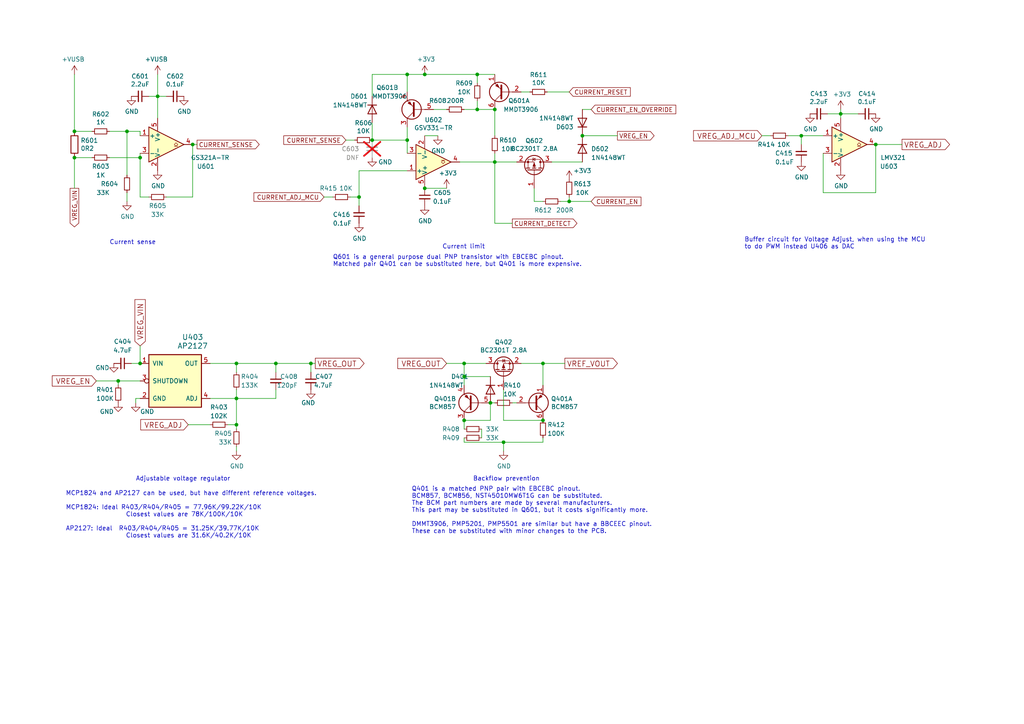
<source format=kicad_sch>
(kicad_sch
	(version 20231120)
	(generator "eeschema")
	(generator_version "8.0")
	(uuid "61c5a37e-57d8-4dfe-ad40-032dca204246")
	(paper "A4")
	(lib_symbols
		(symbol "BusPirate-5-rev10-rescue:+3.3V-power"
			(power)
			(pin_names
				(offset 0)
			)
			(exclude_from_sim no)
			(in_bom yes)
			(on_board yes)
			(property "Reference" "#PWR"
				(at 0 -3.81 0)
				(effects
					(font
						(size 1.27 1.27)
					)
					(hide yes)
				)
			)
			(property "Value" "+3.3V-power"
				(at 0 3.556 0)
				(effects
					(font
						(size 1.27 1.27)
					)
				)
			)
			(property "Footprint" ""
				(at 0 0 0)
				(effects
					(font
						(size 1.27 1.27)
					)
					(hide yes)
				)
			)
			(property "Datasheet" ""
				(at 0 0 0)
				(effects
					(font
						(size 1.27 1.27)
					)
					(hide yes)
				)
			)
			(property "Description" ""
				(at 0 0 0)
				(effects
					(font
						(size 1.27 1.27)
					)
					(hide yes)
				)
			)
			(symbol "+3.3V-power_0_1"
				(polyline
					(pts
						(xy -0.762 1.27) (xy 0 2.54)
					)
					(stroke
						(width 0)
						(type solid)
					)
					(fill
						(type none)
					)
				)
				(polyline
					(pts
						(xy 0 0) (xy 0 2.54)
					)
					(stroke
						(width 0)
						(type solid)
					)
					(fill
						(type none)
					)
				)
				(polyline
					(pts
						(xy 0 2.54) (xy 0.762 1.27)
					)
					(stroke
						(width 0)
						(type solid)
					)
					(fill
						(type none)
					)
				)
			)
			(symbol "+3.3V-power_1_1"
				(pin power_in line
					(at 0 0 90)
					(length 0) hide
					(name "+3V3"
						(effects
							(font
								(size 1.27 1.27)
							)
						)
					)
					(number "1"
						(effects
							(font
								(size 1.27 1.27)
							)
						)
					)
				)
			)
		)
		(symbol "Comparator:LMV331"
			(pin_names
				(offset 0.127)
			)
			(exclude_from_sim no)
			(in_bom yes)
			(on_board yes)
			(property "Reference" "U"
				(at 1.27 5.08 0)
				(effects
					(font
						(size 1.27 1.27)
					)
				)
			)
			(property "Value" "LMV331"
				(at 3.81 -5.08 0)
				(effects
					(font
						(size 1.27 1.27)
					)
				)
			)
			(property "Footprint" ""
				(at 0 2.54 0)
				(effects
					(font
						(size 1.27 1.27)
					)
					(hide yes)
				)
			)
			(property "Datasheet" "http://www.ti.com/lit/ds/symlink/lmv331.pdf"
				(at 0 5.08 0)
				(effects
					(font
						(size 1.27 1.27)
					)
					(hide yes)
				)
			)
			(property "Description" "Single General-Purpose Low-Voltage Comparator, SOT-23-5/SC-70-5"
				(at 0 0 0)
				(effects
					(font
						(size 1.27 1.27)
					)
					(hide yes)
				)
			)
			(property "ki_keywords" "single comparator"
				(at 0 0 0)
				(effects
					(font
						(size 1.27 1.27)
					)
					(hide yes)
				)
			)
			(property "ki_fp_filters" "SOT?23* *SC?70*"
				(at 0 0 0)
				(effects
					(font
						(size 1.27 1.27)
					)
					(hide yes)
				)
			)
			(symbol "LMV331_0_1"
				(polyline
					(pts
						(xy -5.08 5.08) (xy 5.08 0) (xy -5.08 -5.08) (xy -5.08 5.08)
					)
					(stroke
						(width 0.254)
						(type default)
					)
					(fill
						(type background)
					)
				)
				(polyline
					(pts
						(xy 3.302 -0.508) (xy 2.794 -0.508) (xy 3.302 0) (xy 2.794 0.508) (xy 2.286 0) (xy 2.794 -0.508)
						(xy 2.286 -0.508)
					)
					(stroke
						(width 0.127)
						(type default)
					)
					(fill
						(type none)
					)
				)
			)
			(symbol "LMV331_1_1"
				(pin input line
					(at -7.62 2.54 0)
					(length 2.54)
					(name "+"
						(effects
							(font
								(size 1.27 1.27)
							)
						)
					)
					(number "1"
						(effects
							(font
								(size 1.27 1.27)
							)
						)
					)
				)
				(pin power_in line
					(at -2.54 -7.62 90)
					(length 3.81)
					(name "V-"
						(effects
							(font
								(size 1.27 1.27)
							)
						)
					)
					(number "2"
						(effects
							(font
								(size 1.27 1.27)
							)
						)
					)
				)
				(pin input line
					(at -7.62 -2.54 0)
					(length 2.54)
					(name "-"
						(effects
							(font
								(size 1.27 1.27)
							)
						)
					)
					(number "3"
						(effects
							(font
								(size 1.27 1.27)
							)
						)
					)
				)
				(pin open_collector line
					(at 7.62 0 180)
					(length 2.54)
					(name "~"
						(effects
							(font
								(size 1.27 1.27)
							)
						)
					)
					(number "4"
						(effects
							(font
								(size 1.27 1.27)
							)
						)
					)
				)
				(pin power_in line
					(at -2.54 7.62 270)
					(length 3.81)
					(name "V+"
						(effects
							(font
								(size 1.27 1.27)
							)
						)
					)
					(number "5"
						(effects
							(font
								(size 1.27 1.27)
							)
						)
					)
				)
			)
		)
		(symbol "Device:C_Small"
			(pin_numbers hide)
			(pin_names
				(offset 0.254) hide)
			(exclude_from_sim no)
			(in_bom yes)
			(on_board yes)
			(property "Reference" "C"
				(at 0.254 1.778 0)
				(effects
					(font
						(size 1.27 1.27)
					)
					(justify left)
				)
			)
			(property "Value" "C_Small"
				(at 0.254 -2.032 0)
				(effects
					(font
						(size 1.27 1.27)
					)
					(justify left)
				)
			)
			(property "Footprint" ""
				(at 0 0 0)
				(effects
					(font
						(size 1.27 1.27)
					)
					(hide yes)
				)
			)
			(property "Datasheet" "~"
				(at 0 0 0)
				(effects
					(font
						(size 1.27 1.27)
					)
					(hide yes)
				)
			)
			(property "Description" "Unpolarized capacitor, small symbol"
				(at 0 0 0)
				(effects
					(font
						(size 1.27 1.27)
					)
					(hide yes)
				)
			)
			(property "ki_keywords" "capacitor cap"
				(at 0 0 0)
				(effects
					(font
						(size 1.27 1.27)
					)
					(hide yes)
				)
			)
			(property "ki_fp_filters" "C_*"
				(at 0 0 0)
				(effects
					(font
						(size 1.27 1.27)
					)
					(hide yes)
				)
			)
			(symbol "C_Small_0_1"
				(polyline
					(pts
						(xy -1.524 -0.508) (xy 1.524 -0.508)
					)
					(stroke
						(width 0.3302)
						(type default)
					)
					(fill
						(type none)
					)
				)
				(polyline
					(pts
						(xy -1.524 0.508) (xy 1.524 0.508)
					)
					(stroke
						(width 0.3048)
						(type default)
					)
					(fill
						(type none)
					)
				)
			)
			(symbol "C_Small_1_1"
				(pin passive line
					(at 0 2.54 270)
					(length 2.032)
					(name "~"
						(effects
							(font
								(size 1.27 1.27)
							)
						)
					)
					(number "1"
						(effects
							(font
								(size 1.27 1.27)
							)
						)
					)
				)
				(pin passive line
					(at 0 -2.54 90)
					(length 2.032)
					(name "~"
						(effects
							(font
								(size 1.27 1.27)
							)
						)
					)
					(number "2"
						(effects
							(font
								(size 1.27 1.27)
							)
						)
					)
				)
			)
		)
		(symbol "Device:R"
			(pin_numbers hide)
			(pin_names
				(offset 0)
			)
			(exclude_from_sim no)
			(in_bom yes)
			(on_board yes)
			(property "Reference" "R"
				(at 2.032 0 90)
				(effects
					(font
						(size 1.27 1.27)
					)
				)
			)
			(property "Value" "R"
				(at 0 0 90)
				(effects
					(font
						(size 1.27 1.27)
					)
				)
			)
			(property "Footprint" ""
				(at -1.778 0 90)
				(effects
					(font
						(size 1.27 1.27)
					)
					(hide yes)
				)
			)
			(property "Datasheet" "~"
				(at 0 0 0)
				(effects
					(font
						(size 1.27 1.27)
					)
					(hide yes)
				)
			)
			(property "Description" "Resistor"
				(at 0 0 0)
				(effects
					(font
						(size 1.27 1.27)
					)
					(hide yes)
				)
			)
			(property "ki_keywords" "R res resistor"
				(at 0 0 0)
				(effects
					(font
						(size 1.27 1.27)
					)
					(hide yes)
				)
			)
			(property "ki_fp_filters" "R_*"
				(at 0 0 0)
				(effects
					(font
						(size 1.27 1.27)
					)
					(hide yes)
				)
			)
			(symbol "R_0_1"
				(rectangle
					(start -1.016 -2.54)
					(end 1.016 2.54)
					(stroke
						(width 0.254)
						(type default)
					)
					(fill
						(type none)
					)
				)
			)
			(symbol "R_1_1"
				(pin passive line
					(at 0 3.81 270)
					(length 1.27)
					(name "~"
						(effects
							(font
								(size 1.27 1.27)
							)
						)
					)
					(number "1"
						(effects
							(font
								(size 1.27 1.27)
							)
						)
					)
				)
				(pin passive line
					(at 0 -3.81 90)
					(length 1.27)
					(name "~"
						(effects
							(font
								(size 1.27 1.27)
							)
						)
					)
					(number "2"
						(effects
							(font
								(size 1.27 1.27)
							)
						)
					)
				)
			)
		)
		(symbol "Device:R_Small"
			(pin_numbers hide)
			(pin_names
				(offset 0.254) hide)
			(exclude_from_sim no)
			(in_bom yes)
			(on_board yes)
			(property "Reference" "R"
				(at 0.762 0.508 0)
				(effects
					(font
						(size 1.27 1.27)
					)
					(justify left)
				)
			)
			(property "Value" "R_Small"
				(at 0.762 -1.016 0)
				(effects
					(font
						(size 1.27 1.27)
					)
					(justify left)
				)
			)
			(property "Footprint" ""
				(at 0 0 0)
				(effects
					(font
						(size 1.27 1.27)
					)
					(hide yes)
				)
			)
			(property "Datasheet" "~"
				(at 0 0 0)
				(effects
					(font
						(size 1.27 1.27)
					)
					(hide yes)
				)
			)
			(property "Description" "Resistor, small symbol"
				(at 0 0 0)
				(effects
					(font
						(size 1.27 1.27)
					)
					(hide yes)
				)
			)
			(property "ki_keywords" "R resistor"
				(at 0 0 0)
				(effects
					(font
						(size 1.27 1.27)
					)
					(hide yes)
				)
			)
			(property "ki_fp_filters" "R_*"
				(at 0 0 0)
				(effects
					(font
						(size 1.27 1.27)
					)
					(hide yes)
				)
			)
			(symbol "R_Small_0_1"
				(rectangle
					(start -0.762 1.778)
					(end 0.762 -1.778)
					(stroke
						(width 0.2032)
						(type default)
					)
					(fill
						(type none)
					)
				)
			)
			(symbol "R_Small_1_1"
				(pin passive line
					(at 0 2.54 270)
					(length 0.762)
					(name "~"
						(effects
							(font
								(size 1.27 1.27)
							)
						)
					)
					(number "1"
						(effects
							(font
								(size 1.27 1.27)
							)
						)
					)
				)
				(pin passive line
					(at 0 -2.54 90)
					(length 0.762)
					(name "~"
						(effects
							(font
								(size 1.27 1.27)
							)
						)
					)
					(number "2"
						(effects
							(font
								(size 1.27 1.27)
							)
						)
					)
				)
			)
		)
		(symbol "Diode:1N4148WS"
			(pin_numbers hide)
			(pin_names hide)
			(exclude_from_sim no)
			(in_bom yes)
			(on_board yes)
			(property "Reference" "D"
				(at 0 2.54 0)
				(effects
					(font
						(size 1.27 1.27)
					)
				)
			)
			(property "Value" "1N4148WS"
				(at 0 -2.54 0)
				(effects
					(font
						(size 1.27 1.27)
					)
				)
			)
			(property "Footprint" "Diode_SMD:D_SOD-323"
				(at 0 -4.445 0)
				(effects
					(font
						(size 1.27 1.27)
					)
					(hide yes)
				)
			)
			(property "Datasheet" "https://www.vishay.com/docs/85751/1n4148ws.pdf"
				(at 0 0 0)
				(effects
					(font
						(size 1.27 1.27)
					)
					(hide yes)
				)
			)
			(property "Description" "75V 0.15A Fast switching Diode, SOD-323"
				(at 0 0 0)
				(effects
					(font
						(size 1.27 1.27)
					)
					(hide yes)
				)
			)
			(property "Sim.Device" "D"
				(at 0 0 0)
				(effects
					(font
						(size 1.27 1.27)
					)
					(hide yes)
				)
			)
			(property "Sim.Pins" "1=K 2=A"
				(at 0 0 0)
				(effects
					(font
						(size 1.27 1.27)
					)
					(hide yes)
				)
			)
			(property "ki_keywords" "diode"
				(at 0 0 0)
				(effects
					(font
						(size 1.27 1.27)
					)
					(hide yes)
				)
			)
			(property "ki_fp_filters" "D*SOD?323*"
				(at 0 0 0)
				(effects
					(font
						(size 1.27 1.27)
					)
					(hide yes)
				)
			)
			(symbol "1N4148WS_0_1"
				(polyline
					(pts
						(xy -1.27 1.27) (xy -1.27 -1.27)
					)
					(stroke
						(width 0.254)
						(type default)
					)
					(fill
						(type none)
					)
				)
				(polyline
					(pts
						(xy 1.27 0) (xy -1.27 0)
					)
					(stroke
						(width 0)
						(type default)
					)
					(fill
						(type none)
					)
				)
				(polyline
					(pts
						(xy 1.27 1.27) (xy 1.27 -1.27) (xy -1.27 0) (xy 1.27 1.27)
					)
					(stroke
						(width 0.254)
						(type default)
					)
					(fill
						(type none)
					)
				)
			)
			(symbol "1N4148WS_1_1"
				(pin passive line
					(at -3.81 0 0)
					(length 2.54)
					(name "K"
						(effects
							(font
								(size 1.27 1.27)
							)
						)
					)
					(number "1"
						(effects
							(font
								(size 1.27 1.27)
							)
						)
					)
				)
				(pin passive line
					(at 3.81 0 180)
					(length 2.54)
					(name "A"
						(effects
							(font
								(size 1.27 1.27)
							)
						)
					)
					(number "2"
						(effects
							(font
								(size 1.27 1.27)
							)
						)
					)
				)
			)
		)
		(symbol "Transistor_FET:BSS84"
			(pin_names hide)
			(exclude_from_sim no)
			(in_bom yes)
			(on_board yes)
			(property "Reference" "Q"
				(at 5.08 1.905 0)
				(effects
					(font
						(size 1.27 1.27)
					)
					(justify left)
				)
			)
			(property "Value" "BSS84"
				(at 5.08 0 0)
				(effects
					(font
						(size 1.27 1.27)
					)
					(justify left)
				)
			)
			(property "Footprint" "Package_TO_SOT_SMD:SOT-23"
				(at 5.08 -1.905 0)
				(effects
					(font
						(size 1.27 1.27)
						(italic yes)
					)
					(justify left)
					(hide yes)
				)
			)
			(property "Datasheet" "http://assets.nexperia.com/documents/data-sheet/BSS84.pdf"
				(at 0 0 0)
				(effects
					(font
						(size 1.27 1.27)
					)
					(justify left)
					(hide yes)
				)
			)
			(property "Description" "-0.13A Id, -50V Vds, P-Channel MOSFET, SOT-23"
				(at 0 0 0)
				(effects
					(font
						(size 1.27 1.27)
					)
					(hide yes)
				)
			)
			(property "ki_keywords" "P-Channel MOSFET"
				(at 0 0 0)
				(effects
					(font
						(size 1.27 1.27)
					)
					(hide yes)
				)
			)
			(property "ki_fp_filters" "SOT?23*"
				(at 0 0 0)
				(effects
					(font
						(size 1.27 1.27)
					)
					(hide yes)
				)
			)
			(symbol "BSS84_0_1"
				(polyline
					(pts
						(xy 0.254 0) (xy -2.54 0)
					)
					(stroke
						(width 0)
						(type default)
					)
					(fill
						(type none)
					)
				)
				(polyline
					(pts
						(xy 0.254 1.905) (xy 0.254 -1.905)
					)
					(stroke
						(width 0.254)
						(type default)
					)
					(fill
						(type none)
					)
				)
				(polyline
					(pts
						(xy 0.762 -1.27) (xy 0.762 -2.286)
					)
					(stroke
						(width 0.254)
						(type default)
					)
					(fill
						(type none)
					)
				)
				(polyline
					(pts
						(xy 0.762 0.508) (xy 0.762 -0.508)
					)
					(stroke
						(width 0.254)
						(type default)
					)
					(fill
						(type none)
					)
				)
				(polyline
					(pts
						(xy 0.762 2.286) (xy 0.762 1.27)
					)
					(stroke
						(width 0.254)
						(type default)
					)
					(fill
						(type none)
					)
				)
				(polyline
					(pts
						(xy 2.54 2.54) (xy 2.54 1.778)
					)
					(stroke
						(width 0)
						(type default)
					)
					(fill
						(type none)
					)
				)
				(polyline
					(pts
						(xy 2.54 -2.54) (xy 2.54 0) (xy 0.762 0)
					)
					(stroke
						(width 0)
						(type default)
					)
					(fill
						(type none)
					)
				)
				(polyline
					(pts
						(xy 0.762 1.778) (xy 3.302 1.778) (xy 3.302 -1.778) (xy 0.762 -1.778)
					)
					(stroke
						(width 0)
						(type default)
					)
					(fill
						(type none)
					)
				)
				(polyline
					(pts
						(xy 2.286 0) (xy 1.27 0.381) (xy 1.27 -0.381) (xy 2.286 0)
					)
					(stroke
						(width 0)
						(type default)
					)
					(fill
						(type outline)
					)
				)
				(polyline
					(pts
						(xy 2.794 -0.508) (xy 2.921 -0.381) (xy 3.683 -0.381) (xy 3.81 -0.254)
					)
					(stroke
						(width 0)
						(type default)
					)
					(fill
						(type none)
					)
				)
				(polyline
					(pts
						(xy 3.302 -0.381) (xy 2.921 0.254) (xy 3.683 0.254) (xy 3.302 -0.381)
					)
					(stroke
						(width 0)
						(type default)
					)
					(fill
						(type none)
					)
				)
				(circle
					(center 1.651 0)
					(radius 2.794)
					(stroke
						(width 0.254)
						(type default)
					)
					(fill
						(type none)
					)
				)
				(circle
					(center 2.54 -1.778)
					(radius 0.254)
					(stroke
						(width 0)
						(type default)
					)
					(fill
						(type outline)
					)
				)
				(circle
					(center 2.54 1.778)
					(radius 0.254)
					(stroke
						(width 0)
						(type default)
					)
					(fill
						(type outline)
					)
				)
			)
			(symbol "BSS84_1_1"
				(pin input line
					(at -5.08 0 0)
					(length 2.54)
					(name "G"
						(effects
							(font
								(size 1.27 1.27)
							)
						)
					)
					(number "1"
						(effects
							(font
								(size 1.27 1.27)
							)
						)
					)
				)
				(pin passive line
					(at 2.54 -5.08 90)
					(length 2.54)
					(name "S"
						(effects
							(font
								(size 1.27 1.27)
							)
						)
					)
					(number "2"
						(effects
							(font
								(size 1.27 1.27)
							)
						)
					)
				)
				(pin passive line
					(at 2.54 5.08 270)
					(length 2.54)
					(name "D"
						(effects
							(font
								(size 1.27 1.27)
							)
						)
					)
					(number "3"
						(effects
							(font
								(size 1.27 1.27)
							)
						)
					)
				)
			)
		)
		(symbol "dp-power:+VUSB"
			(power)
			(pin_names
				(offset 1.016)
			)
			(exclude_from_sim no)
			(in_bom yes)
			(on_board yes)
			(property "Reference" "#PWR"
				(at 0 0 0)
				(effects
					(font
						(size 1.27 1.27)
					)
					(hide yes)
				)
			)
			(property "Value" "+VUSB"
				(at 0 5.08 0)
				(effects
					(font
						(size 1.27 1.27)
					)
				)
			)
			(property "Footprint" ""
				(at 0 0 0)
				(effects
					(font
						(size 1.27 1.27)
					)
					(hide yes)
				)
			)
			(property "Datasheet" ""
				(at 0 0 0)
				(effects
					(font
						(size 1.27 1.27)
					)
					(hide yes)
				)
			)
			(property "Description" ""
				(at 0 0 0)
				(effects
					(font
						(size 1.27 1.27)
					)
					(hide yes)
				)
			)
			(property "ki_keywords" "power-flag"
				(at 0 0 0)
				(effects
					(font
						(size 1.27 1.27)
					)
					(hide yes)
				)
			)
			(symbol "+VUSB_0_1"
				(polyline
					(pts
						(xy 0 0) (xy 0 2.54)
					)
					(stroke
						(width 0)
						(type solid)
					)
					(fill
						(type none)
					)
				)
				(polyline
					(pts
						(xy 0 2.54) (xy -0.762 1.27)
					)
					(stroke
						(width 0)
						(type solid)
					)
					(fill
						(type none)
					)
				)
				(polyline
					(pts
						(xy 0 2.54) (xy 0.762 1.27)
					)
					(stroke
						(width 0)
						(type solid)
					)
					(fill
						(type none)
					)
				)
			)
			(symbol "+VUSB_1_1"
				(pin power_in line
					(at 0 0 90)
					(length 0) hide
					(name "+VUSB"
						(effects
							(font
								(size 1.27 1.27)
							)
						)
					)
					(number "1"
						(effects
							(font
								(size 1.27 1.27)
							)
						)
					)
				)
			)
		)
		(symbol "dp-vreg:MCP1824"
			(pin_names
				(offset 1.016)
			)
			(exclude_from_sim no)
			(in_bom yes)
			(on_board yes)
			(property "Reference" "U"
				(at 0 12.7 0)
				(effects
					(font
						(size 1.524 1.524)
					)
				)
			)
			(property "Value" "MCP1824"
				(at 0 10.16 0)
				(effects
					(font
						(size 1.524 1.524)
					)
				)
			)
			(property "Footprint" ""
				(at 0 0 0)
				(effects
					(font
						(size 1.524 1.524)
					)
					(hide yes)
				)
			)
			(property "Datasheet" ""
				(at 0 0 0)
				(effects
					(font
						(size 1.524 1.524)
					)
					(hide yes)
				)
			)
			(property "Description" ""
				(at 0 0 0)
				(effects
					(font
						(size 1.27 1.27)
					)
					(hide yes)
				)
			)
			(symbol "MCP1824_0_1"
				(rectangle
					(start -7.62 7.62)
					(end 7.62 -7.62)
					(stroke
						(width 0.3048)
						(type solid)
					)
					(fill
						(type background)
					)
				)
			)
			(symbol "MCP1824_1_1"
				(pin input line
					(at -10.16 5.08 0)
					(length 2.54)
					(name "VIN"
						(effects
							(font
								(size 1.27 1.27)
							)
						)
					)
					(number "1"
						(effects
							(font
								(size 1.27 1.27)
							)
						)
					)
				)
				(pin input line
					(at -10.16 -5.08 0)
					(length 2.54)
					(name "GND"
						(effects
							(font
								(size 1.27 1.27)
							)
						)
					)
					(number "2"
						(effects
							(font
								(size 1.27 1.27)
							)
						)
					)
				)
				(pin input inverted
					(at -10.16 0 0)
					(length 2.54)
					(name "SHUTDOWN"
						(effects
							(font
								(size 1.27 1.27)
							)
						)
					)
					(number "3"
						(effects
							(font
								(size 1.27 1.27)
							)
						)
					)
				)
				(pin input line
					(at 10.16 -5.08 180)
					(length 2.54)
					(name "ADJ"
						(effects
							(font
								(size 1.27 1.27)
							)
						)
					)
					(number "4"
						(effects
							(font
								(size 1.27 1.27)
							)
						)
					)
				)
				(pin power_out line
					(at 10.16 5.08 180)
					(length 2.54)
					(name "OUT"
						(effects
							(font
								(size 1.27 1.27)
							)
						)
					)
					(number "5"
						(effects
							(font
								(size 1.27 1.27)
							)
						)
					)
				)
			)
		)
		(symbol "kicad5-device:Q_DUAL_PNP_PNP_E1B1C2E2B2C1"
			(pin_names
				(offset 0) hide)
			(exclude_from_sim no)
			(in_bom yes)
			(on_board yes)
			(property "Reference" "Q"
				(at 5.08 1.27 0)
				(effects
					(font
						(size 1.27 1.27)
					)
					(justify left)
				)
			)
			(property "Value" "Q_DUAL_PNP_PNP_E1B1C2E2B2C1"
				(at 5.08 -1.27 0)
				(effects
					(font
						(size 1.27 1.27)
					)
					(justify left)
				)
			)
			(property "Footprint" ""
				(at 5.08 2.54 0)
				(effects
					(font
						(size 1.27 1.27)
					)
					(hide yes)
				)
			)
			(property "Datasheet" "~"
				(at 0 0 0)
				(effects
					(font
						(size 1.27 1.27)
					)
					(hide yes)
				)
			)
			(property "Description" "Dual PNP transistor, 6 pin package"
				(at 0 0 0)
				(effects
					(font
						(size 1.27 1.27)
					)
					(hide yes)
				)
			)
			(property "ki_locked" ""
				(at 0 0 0)
				(effects
					(font
						(size 1.27 1.27)
					)
				)
			)
			(property "ki_keywords" "transistor PNP"
				(at 0 0 0)
				(effects
					(font
						(size 1.27 1.27)
					)
					(hide yes)
				)
			)
			(property "ki_fp_filters" "SC?70* SC?88* SOT?363* SOT?23*"
				(at 0 0 0)
				(effects
					(font
						(size 1.27 1.27)
					)
					(hide yes)
				)
			)
			(symbol "Q_DUAL_PNP_PNP_E1B1C2E2B2C1_0_1"
				(polyline
					(pts
						(xy 0.635 0) (xy -2.54 0)
					)
					(stroke
						(width 0)
						(type solid)
					)
					(fill
						(type none)
					)
				)
				(polyline
					(pts
						(xy 0.635 0.635) (xy 2.54 2.54)
					)
					(stroke
						(width 0)
						(type solid)
					)
					(fill
						(type none)
					)
				)
				(polyline
					(pts
						(xy 0.635 -0.635) (xy 2.54 -2.54) (xy 2.54 -2.54)
					)
					(stroke
						(width 0)
						(type solid)
					)
					(fill
						(type none)
					)
				)
				(polyline
					(pts
						(xy 0.635 1.905) (xy 0.635 -1.905) (xy 0.635 -1.905)
					)
					(stroke
						(width 0.508)
						(type solid)
					)
					(fill
						(type none)
					)
				)
				(polyline
					(pts
						(xy 2.286 -1.778) (xy 1.778 -2.286) (xy 1.27 -1.27) (xy 2.286 -1.778) (xy 2.286 -1.778)
					)
					(stroke
						(width 0)
						(type solid)
					)
					(fill
						(type outline)
					)
				)
				(circle
					(center 1.27 0)
					(radius 2.8194)
					(stroke
						(width 0.254)
						(type solid)
					)
					(fill
						(type none)
					)
				)
			)
			(symbol "Q_DUAL_PNP_PNP_E1B1C2E2B2C1_1_1"
				(pin passive line
					(at 2.54 -5.08 90)
					(length 2.54)
					(name "E1"
						(effects
							(font
								(size 1.27 1.27)
							)
						)
					)
					(number "1"
						(effects
							(font
								(size 1.27 1.27)
							)
						)
					)
				)
				(pin input line
					(at -5.08 0 0)
					(length 2.54)
					(name "B1"
						(effects
							(font
								(size 1.27 1.27)
							)
						)
					)
					(number "2"
						(effects
							(font
								(size 1.27 1.27)
							)
						)
					)
				)
				(pin passive line
					(at 2.54 5.08 270)
					(length 2.54)
					(name "C1"
						(effects
							(font
								(size 1.27 1.27)
							)
						)
					)
					(number "6"
						(effects
							(font
								(size 1.27 1.27)
							)
						)
					)
				)
			)
			(symbol "Q_DUAL_PNP_PNP_E1B1C2E2B2C1_2_1"
				(pin passive line
					(at 2.54 5.08 270)
					(length 2.54)
					(name "C2"
						(effects
							(font
								(size 1.27 1.27)
							)
						)
					)
					(number "3"
						(effects
							(font
								(size 1.27 1.27)
							)
						)
					)
				)
				(pin passive line
					(at 2.54 -5.08 90)
					(length 2.54)
					(name "E2"
						(effects
							(font
								(size 1.27 1.27)
							)
						)
					)
					(number "4"
						(effects
							(font
								(size 1.27 1.27)
							)
						)
					)
				)
				(pin input line
					(at -5.08 0 0)
					(length 2.54)
					(name "B2"
						(effects
							(font
								(size 1.27 1.27)
							)
						)
					)
					(number "5"
						(effects
							(font
								(size 1.27 1.27)
							)
						)
					)
				)
			)
		)
		(symbol "power:GND"
			(power)
			(pin_names
				(offset 0)
			)
			(exclude_from_sim no)
			(in_bom yes)
			(on_board yes)
			(property "Reference" "#PWR"
				(at 0 -6.35 0)
				(effects
					(font
						(size 1.27 1.27)
					)
					(hide yes)
				)
			)
			(property "Value" "GND"
				(at 0 -3.81 0)
				(effects
					(font
						(size 1.27 1.27)
					)
				)
			)
			(property "Footprint" ""
				(at 0 0 0)
				(effects
					(font
						(size 1.27 1.27)
					)
					(hide yes)
				)
			)
			(property "Datasheet" ""
				(at 0 0 0)
				(effects
					(font
						(size 1.27 1.27)
					)
					(hide yes)
				)
			)
			(property "Description" "Power symbol creates a global label with name \"GND\" , ground"
				(at 0 0 0)
				(effects
					(font
						(size 1.27 1.27)
					)
					(hide yes)
				)
			)
			(property "ki_keywords" "global power"
				(at 0 0 0)
				(effects
					(font
						(size 1.27 1.27)
					)
					(hide yes)
				)
			)
			(symbol "GND_0_1"
				(polyline
					(pts
						(xy 0 0) (xy 0 -1.27) (xy 1.27 -1.27) (xy 0 -2.54) (xy -1.27 -1.27) (xy 0 -1.27)
					)
					(stroke
						(width 0)
						(type default)
					)
					(fill
						(type none)
					)
				)
			)
			(symbol "GND_1_1"
				(pin power_in line
					(at 0 0 270)
					(length 0) hide
					(name "GND"
						(effects
							(font
								(size 1.27 1.27)
							)
						)
					)
					(number "1"
						(effects
							(font
								(size 1.27 1.27)
							)
						)
					)
				)
			)
		)
	)
	(junction
		(at 143.51 46.99)
		(diameter 0)
		(color 0 0 0 0)
		(uuid "06b37087-42cb-48c6-9328-cdc5bcc3d005")
	)
	(junction
		(at 243.84 33.02)
		(diameter 0)
		(color 0 0 0 0)
		(uuid "08600c5d-765f-44c7-a852-a49a0f827aa9")
	)
	(junction
		(at 68.58 105.41)
		(diameter 0)
		(color 0 0 0 0)
		(uuid "0d0d45b5-978f-4271-9b7a-35502684658a")
	)
	(junction
		(at 168.91 39.37)
		(diameter 0)
		(color 0 0 0 0)
		(uuid "0d5e6bf6-e7e7-47e3-8e29-a41cc296c49c")
	)
	(junction
		(at 143.51 31.75)
		(diameter 0)
		(color 0 0 0 0)
		(uuid "1e627292-c572-4ac9-a95c-389beadbe100")
	)
	(junction
		(at 254 41.91)
		(diameter 0)
		(color 0 0 0 0)
		(uuid "22be5cd3-6e6b-4fda-ace3-c10d5ba0b61b")
	)
	(junction
		(at 80.01 105.41)
		(diameter 0)
		(color 0 0 0 0)
		(uuid "26f52279-62c5-407d-b422-46a597d62b63")
	)
	(junction
		(at 107.95 40.64)
		(diameter 0)
		(color 0 0 0 0)
		(uuid "290eb0ef-03b2-495a-9c19-b9b5a20d02d8")
	)
	(junction
		(at 34.29 110.49)
		(diameter 0)
		(color 0 0 0 0)
		(uuid "2eb9e6dd-d8d1-4059-881b-16c8ed2e642f")
	)
	(junction
		(at 123.19 21.59)
		(diameter 0)
		(color 0 0 0 0)
		(uuid "472a9ed8-3a92-4f17-bc18-a01b3799a737")
	)
	(junction
		(at 134.62 109.22)
		(diameter 0)
		(color 0 0 0 0)
		(uuid "4922bb0b-ca48-4788-9293-e396521bd395")
	)
	(junction
		(at 118.11 21.59)
		(diameter 0)
		(color 0 0 0 0)
		(uuid "4fc529e5-afc6-4ab6-a4ac-db001b76d9b8")
	)
	(junction
		(at 138.43 31.75)
		(diameter 0)
		(color 0 0 0 0)
		(uuid "564902a5-065e-4605-a4cb-513b8c38af1d")
	)
	(junction
		(at 45.72 27.94)
		(diameter 0)
		(color 0 0 0 0)
		(uuid "64791800-4be9-4c3e-bbd6-a95e0f4abacd")
	)
	(junction
		(at 21.59 38.1)
		(diameter 0)
		(color 0 0 0 0)
		(uuid "6b4b942e-0c14-4ccb-9be0-9e3bbe6e18ea")
	)
	(junction
		(at 40.64 45.72)
		(diameter 0)
		(color 0 0 0 0)
		(uuid "6d17e314-52c3-4d76-b17a-341e0812e79d")
	)
	(junction
		(at 68.58 123.19)
		(diameter 0)
		(color 0 0 0 0)
		(uuid "6ff2bd3b-ae64-470d-a6cd-ba1cf16af0b7")
	)
	(junction
		(at 40.64 105.41)
		(diameter 0)
		(color 0 0 0 0)
		(uuid "7353eedc-759d-454b-941d-5d7a8de77a37")
	)
	(junction
		(at 142.24 116.84)
		(diameter 0)
		(color 0 0 0 0)
		(uuid "7721a645-1cb7-47ef-afbc-f92b2203f66f")
	)
	(junction
		(at 134.62 105.41)
		(diameter 0)
		(color 0 0 0 0)
		(uuid "79148ad2-0da0-4f8d-bf59-f3423271d580")
	)
	(junction
		(at 134.62 121.92)
		(diameter 0)
		(color 0 0 0 0)
		(uuid "815e2a90-b390-4053-ac19-63226005a0eb")
	)
	(junction
		(at 123.19 54.61)
		(diameter 0)
		(color 0 0 0 0)
		(uuid "8281ad56-5813-48a7-9c26-92ceceed5542")
	)
	(junction
		(at 157.48 105.41)
		(diameter 0)
		(color 0 0 0 0)
		(uuid "92bf3cfa-300c-46e9-ad30-ca188f9b8769")
	)
	(junction
		(at 90.17 105.41)
		(diameter 0)
		(color 0 0 0 0)
		(uuid "9ddcad70-c0e5-4d59-b483-a5a125123cbb")
	)
	(junction
		(at 157.48 121.92)
		(diameter 0)
		(color 0 0 0 0)
		(uuid "b026bec1-4240-4293-8aea-3bbea44eac2e")
	)
	(junction
		(at 55.88 41.91)
		(diameter 0)
		(color 0 0 0 0)
		(uuid "b62f057d-6ed8-483a-9a1f-889d5f3e7bdb")
	)
	(junction
		(at 232.41 39.37)
		(diameter 0)
		(color 0 0 0 0)
		(uuid "c0107ff5-3e79-413b-9c19-d0e9c3c0eb76")
	)
	(junction
		(at 104.14 57.15)
		(diameter 0)
		(color 0 0 0 0)
		(uuid "c243edba-3ab7-4290-9f38-25f3e1666f03")
	)
	(junction
		(at 146.05 128.27)
		(diameter 0)
		(color 0 0 0 0)
		(uuid "c5e9c704-5c56-4052-858d-3412a658797a")
	)
	(junction
		(at 118.11 40.64)
		(diameter 0)
		(color 0 0 0 0)
		(uuid "d39f58af-a267-4742-a955-8e2110c231b1")
	)
	(junction
		(at 36.83 38.1)
		(diameter 0)
		(color 0 0 0 0)
		(uuid "e7688f3b-9748-4057-9d84-e9717876c264")
	)
	(junction
		(at 68.58 115.57)
		(diameter 0)
		(color 0 0 0 0)
		(uuid "ed0af0ae-0c5a-4f7c-bda9-825322f9a618")
	)
	(junction
		(at 138.43 21.59)
		(diameter 0)
		(color 0 0 0 0)
		(uuid "f0bd8c7e-a3ec-4d01-8694-04f462d17f7e")
	)
	(junction
		(at 21.59 45.72)
		(diameter 0)
		(color 0 0 0 0)
		(uuid "f79ea962-5287-4e8e-b06c-dd7ccfafa57b")
	)
	(junction
		(at 165.1 58.42)
		(diameter 0)
		(color 0 0 0 0)
		(uuid "fe59cae8-7dd7-461a-9271-db4301aaa94d")
	)
	(wire
		(pts
			(xy 154.94 58.42) (xy 154.94 54.61)
		)
		(stroke
			(width 0)
			(type default)
		)
		(uuid "017d76d9-6ce5-4c61-9804-e6c521491626")
	)
	(wire
		(pts
			(xy 26.67 45.72) (xy 21.59 45.72)
		)
		(stroke
			(width 0)
			(type default)
		)
		(uuid "053e8aa4-e79c-4524-82f5-8efacdaf9974")
	)
	(wire
		(pts
			(xy 104.14 49.53) (xy 104.14 57.15)
		)
		(stroke
			(width 0)
			(type default)
		)
		(uuid "0581614e-f0ee-4994-ba8e-a5612035bc36")
	)
	(wire
		(pts
			(xy 68.58 130.81) (xy 68.58 129.54)
		)
		(stroke
			(width 0)
			(type default)
		)
		(uuid "09ca78a5-d907-4309-bc06-54ef4166d5ca")
	)
	(wire
		(pts
			(xy 118.11 49.53) (xy 104.14 49.53)
		)
		(stroke
			(width 0)
			(type default)
		)
		(uuid "0bb3e65c-09ec-4f58-ac35-375ab90e0e7e")
	)
	(wire
		(pts
			(xy 118.11 40.64) (xy 118.11 44.45)
		)
		(stroke
			(width 0)
			(type default)
		)
		(uuid "0d22dcc4-eb3c-4193-974f-e0c6c9c95cec")
	)
	(wire
		(pts
			(xy 165.1 26.67) (xy 158.75 26.67)
		)
		(stroke
			(width 0)
			(type default)
		)
		(uuid "120ab790-a1ef-4aca-bd9e-fffaf58d4162")
	)
	(wire
		(pts
			(xy 68.58 124.46) (xy 68.58 123.19)
		)
		(stroke
			(width 0)
			(type default)
		)
		(uuid "14192ca5-d717-462d-b80a-9a1342de3292")
	)
	(wire
		(pts
			(xy 157.48 121.92) (xy 146.05 121.92)
		)
		(stroke
			(width 0)
			(type default)
		)
		(uuid "1683166e-3081-4aa8-ace5-19d1e82dd776")
	)
	(wire
		(pts
			(xy 107.95 40.64) (xy 118.11 40.64)
		)
		(stroke
			(width 0)
			(type default)
		)
		(uuid "1dfe5f3b-f91e-482e-b364-abaea71a1a04")
	)
	(wire
		(pts
			(xy 157.48 105.41) (xy 157.48 111.76)
		)
		(stroke
			(width 0)
			(type default)
		)
		(uuid "1f013fd6-8c63-4921-8171-c7f2c07f7646")
	)
	(wire
		(pts
			(xy 123.19 21.59) (xy 118.11 21.59)
		)
		(stroke
			(width 0)
			(type default)
		)
		(uuid "2142081e-84b8-48ee-974d-bc4eae7091d4")
	)
	(wire
		(pts
			(xy 31.75 38.1) (xy 36.83 38.1)
		)
		(stroke
			(width 0)
			(type default)
		)
		(uuid "23222686-1945-4f4d-bf2c-b3960c0a0ea6")
	)
	(wire
		(pts
			(xy 129.54 105.41) (xy 134.62 105.41)
		)
		(stroke
			(width 0)
			(type default)
		)
		(uuid "23bc235a-fee5-4813-8378-32e0c2900efc")
	)
	(wire
		(pts
			(xy 143.51 116.84) (xy 142.24 116.84)
		)
		(stroke
			(width 0)
			(type default)
		)
		(uuid "23fa15d8-0d72-4168-993a-b174c4566511")
	)
	(wire
		(pts
			(xy 102.87 40.64) (xy 100.33 40.64)
		)
		(stroke
			(width 0)
			(type default)
		)
		(uuid "24225701-b0bf-490b-b58a-6ca8a2150655")
	)
	(wire
		(pts
			(xy 134.62 121.92) (xy 142.24 121.92)
		)
		(stroke
			(width 0)
			(type default)
		)
		(uuid "24639866-26ca-4b84-9296-a336888fda81")
	)
	(wire
		(pts
			(xy 68.58 115.57) (xy 80.01 115.57)
		)
		(stroke
			(width 0)
			(type default)
		)
		(uuid "251208e5-4e08-40ef-96ac-f617b6de5e50")
	)
	(wire
		(pts
			(xy 133.35 46.99) (xy 143.51 46.99)
		)
		(stroke
			(width 0)
			(type default)
		)
		(uuid "275b283c-0601-4851-a5f3-f0f4252e3904")
	)
	(wire
		(pts
			(xy 101.6 57.15) (xy 104.14 57.15)
		)
		(stroke
			(width 0)
			(type default)
		)
		(uuid "279e3568-e6b8-456c-8261-4bd24ae7c481")
	)
	(wire
		(pts
			(xy 148.59 116.84) (xy 149.86 116.84)
		)
		(stroke
			(width 0)
			(type default)
		)
		(uuid "28965dd0-d6fc-4a8d-ac87-d6a10d826d73")
	)
	(wire
		(pts
			(xy 40.64 115.57) (xy 39.37 115.57)
		)
		(stroke
			(width 0)
			(type default)
		)
		(uuid "2dd0463d-c1dc-418a-a6e5-6f9758daf1f2")
	)
	(wire
		(pts
			(xy 146.05 128.27) (xy 134.62 128.27)
		)
		(stroke
			(width 0)
			(type default)
		)
		(uuid "2f5713b1-2620-43ac-bb2f-8594cf9bdef4")
	)
	(wire
		(pts
			(xy 40.64 38.1) (xy 40.64 39.37)
		)
		(stroke
			(width 0)
			(type default)
		)
		(uuid "30b03ec8-6699-4c01-910a-527e6371e0bf")
	)
	(wire
		(pts
			(xy 40.64 57.15) (xy 40.64 45.72)
		)
		(stroke
			(width 0)
			(type default)
		)
		(uuid "32c0c3f3-25b0-4c88-a950-6ca58ac4422f")
	)
	(wire
		(pts
			(xy 157.48 105.41) (xy 163.83 105.41)
		)
		(stroke
			(width 0)
			(type default)
		)
		(uuid "32de5eaa-960e-4448-a276-93f7effa432b")
	)
	(wire
		(pts
			(xy 104.14 57.15) (xy 104.14 59.69)
		)
		(stroke
			(width 0)
			(type default)
		)
		(uuid "33c95bd1-9fa9-4332-a522-55012b12b915")
	)
	(wire
		(pts
			(xy 45.72 27.94) (xy 45.72 21.59)
		)
		(stroke
			(width 0)
			(type default)
		)
		(uuid "352e5678-2c55-467c-b593-f4e49a3ffae6")
	)
	(wire
		(pts
			(xy 146.05 121.92) (xy 146.05 113.03)
		)
		(stroke
			(width 0)
			(type default)
		)
		(uuid "35c31ac3-39c2-4e53-bf6e-ccc81312ccfe")
	)
	(wire
		(pts
			(xy 21.59 38.1) (xy 21.59 21.59)
		)
		(stroke
			(width 0)
			(type default)
		)
		(uuid "3795a90c-35a6-4f4f-98c9-4f244423f626")
	)
	(wire
		(pts
			(xy 68.58 115.57) (xy 68.58 113.03)
		)
		(stroke
			(width 0)
			(type default)
		)
		(uuid "3966bf08-a942-4d87-89c6-691a1b64f2b2")
	)
	(wire
		(pts
			(xy 34.29 110.49) (xy 27.94 110.49)
		)
		(stroke
			(width 0)
			(type default)
		)
		(uuid "3991d6a8-5c81-456e-abb3-298754b6d75f")
	)
	(wire
		(pts
			(xy 129.54 31.75) (xy 125.73 31.75)
		)
		(stroke
			(width 0)
			(type default)
		)
		(uuid "3c7fe2c0-8bd5-442e-87c3-ed002d393cc5")
	)
	(wire
		(pts
			(xy 134.62 31.75) (xy 138.43 31.75)
		)
		(stroke
			(width 0)
			(type default)
		)
		(uuid "411236a5-3f9e-4962-ae08-0e290962307f")
	)
	(wire
		(pts
			(xy 68.58 107.95) (xy 68.58 105.41)
		)
		(stroke
			(width 0)
			(type default)
		)
		(uuid "42256fe6-b919-440e-b167-5e4a24e561ae")
	)
	(wire
		(pts
			(xy 107.95 21.59) (xy 107.95 27.94)
		)
		(stroke
			(width 0)
			(type default)
		)
		(uuid "436be85d-c974-45a4-9956-38e11507c897")
	)
	(wire
		(pts
			(xy 90.17 105.41) (xy 91.44 105.41)
		)
		(stroke
			(width 0)
			(type default)
		)
		(uuid "43ec130e-c49f-46cb-825c-9c7332113be7")
	)
	(wire
		(pts
			(xy 138.43 31.75) (xy 143.51 31.75)
		)
		(stroke
			(width 0)
			(type default)
		)
		(uuid "44c442d4-5cc0-4dd1-9621-ae34e695c2d0")
	)
	(wire
		(pts
			(xy 142.24 109.22) (xy 134.62 109.22)
		)
		(stroke
			(width 0)
			(type default)
		)
		(uuid "44cc425b-6991-4add-846e-23f2733c4bcb")
	)
	(wire
		(pts
			(xy 43.18 57.15) (xy 40.64 57.15)
		)
		(stroke
			(width 0)
			(type default)
		)
		(uuid "44e9aa93-5919-468a-8a98-de045dfb62a5")
	)
	(wire
		(pts
			(xy 143.51 64.77) (xy 143.51 46.99)
		)
		(stroke
			(width 0)
			(type default)
		)
		(uuid "46cba574-1f5a-4199-a902-ad20d0990399")
	)
	(wire
		(pts
			(xy 134.62 109.22) (xy 134.62 105.41)
		)
		(stroke
			(width 0)
			(type default)
		)
		(uuid "48e59a87-eb5d-40c9-8ad9-73b2f937a8f9")
	)
	(wire
		(pts
			(xy 36.83 55.88) (xy 36.83 58.42)
		)
		(stroke
			(width 0)
			(type default)
		)
		(uuid "49172ff5-7db2-45df-b5d2-a86707facaf7")
	)
	(wire
		(pts
			(xy 55.88 41.91) (xy 55.88 57.15)
		)
		(stroke
			(width 0)
			(type default)
		)
		(uuid "4b1ffcc1-059e-4a5e-b0b6-7cac016004d5")
	)
	(wire
		(pts
			(xy 54.61 123.19) (xy 60.96 123.19)
		)
		(stroke
			(width 0)
			(type default)
		)
		(uuid "4cfe7cec-4f32-4ead-9bb6-8bb0067081cf")
	)
	(wire
		(pts
			(xy 243.84 31.75) (xy 243.84 33.02)
		)
		(stroke
			(width 0)
			(type default)
		)
		(uuid "4da220e4-4e1d-4d78-b89e-11b699aa3202")
	)
	(wire
		(pts
			(xy 21.59 45.72) (xy 21.59 54.61)
		)
		(stroke
			(width 0)
			(type default)
		)
		(uuid "4ed658f6-f0d9-4ef7-a741-6aa478f1337d")
	)
	(wire
		(pts
			(xy 55.88 57.15) (xy 48.26 57.15)
		)
		(stroke
			(width 0)
			(type default)
		)
		(uuid "4f75297f-837f-43fb-a7d6-79ac1e770222")
	)
	(wire
		(pts
			(xy 60.96 105.41) (xy 68.58 105.41)
		)
		(stroke
			(width 0)
			(type default)
		)
		(uuid "6050ceaa-fa3d-4b3b-b45b-2f497f00b24a")
	)
	(wire
		(pts
			(xy 157.48 58.42) (xy 154.94 58.42)
		)
		(stroke
			(width 0)
			(type default)
		)
		(uuid "6260a24b-04f0-4179-8942-8d81ab9bb4a6")
	)
	(wire
		(pts
			(xy 171.45 58.42) (xy 165.1 58.42)
		)
		(stroke
			(width 0)
			(type default)
		)
		(uuid "632c535e-7f8f-4684-b1c5-64e34c8117f2")
	)
	(wire
		(pts
			(xy 123.19 21.59) (xy 138.43 21.59)
		)
		(stroke
			(width 0)
			(type default)
		)
		(uuid "63890c0b-71a2-4368-8929-10b5249d8900")
	)
	(wire
		(pts
			(xy 80.01 115.57) (xy 80.01 113.03)
		)
		(stroke
			(width 0)
			(type default)
		)
		(uuid "67499df8-9536-4c3f-b3d6-dc9abacd9abd")
	)
	(wire
		(pts
			(xy 138.43 21.59) (xy 143.51 21.59)
		)
		(stroke
			(width 0)
			(type default)
		)
		(uuid "694482d0-cfd0-4fd5-bbd9-306deed5b69d")
	)
	(wire
		(pts
			(xy 68.58 105.41) (xy 80.01 105.41)
		)
		(stroke
			(width 0)
			(type default)
		)
		(uuid "6d0f777e-f7f5-4b2b-bb4a-6087d277da77")
	)
	(wire
		(pts
			(xy 40.64 44.45) (xy 40.64 45.72)
		)
		(stroke
			(width 0)
			(type default)
		)
		(uuid "6e79ba34-9315-4b7c-86ca-87ee9e31e6c9")
	)
	(wire
		(pts
			(xy 123.19 54.61) (xy 129.54 54.61)
		)
		(stroke
			(width 0)
			(type default)
		)
		(uuid "70d2b96f-a791-4cdd-af5b-e212bfe82f70")
	)
	(wire
		(pts
			(xy 118.11 21.59) (xy 107.95 21.59)
		)
		(stroke
			(width 0)
			(type default)
		)
		(uuid "78a2ba88-dfbc-45a5-9cbc-3d7d675bf981")
	)
	(wire
		(pts
			(xy 143.51 46.99) (xy 143.51 44.45)
		)
		(stroke
			(width 0)
			(type default)
		)
		(uuid "7cf4aeaa-3d70-4b6c-84ea-2ac027c4a215")
	)
	(wire
		(pts
			(xy 160.02 46.99) (xy 168.91 46.99)
		)
		(stroke
			(width 0)
			(type default)
		)
		(uuid "8047711b-605f-47cc-8131-617cc57678cd")
	)
	(wire
		(pts
			(xy 40.64 100.33) (xy 40.64 105.41)
		)
		(stroke
			(width 0)
			(type default)
		)
		(uuid "80887952-0392-4d78-976e-a3ee2be4e7f0")
	)
	(wire
		(pts
			(xy 96.52 57.15) (xy 93.98 57.15)
		)
		(stroke
			(width 0)
			(type default)
		)
		(uuid "80ff9fa9-1827-4593-ad3e-023d9acb2942")
	)
	(wire
		(pts
			(xy 151.13 105.41) (xy 157.48 105.41)
		)
		(stroke
			(width 0)
			(type default)
		)
		(uuid "82016c8d-b157-444f-b40a-85f9929c9674")
	)
	(wire
		(pts
			(xy 90.17 105.41) (xy 90.17 107.95)
		)
		(stroke
			(width 0)
			(type default)
		)
		(uuid "87b44a0e-f073-4a40-bc35-1c27b80f1969")
	)
	(wire
		(pts
			(xy 55.88 41.91) (xy 57.15 41.91)
		)
		(stroke
			(width 0)
			(type default)
		)
		(uuid "8aae6a98-ab23-486d-b65c-f496e15a44f1")
	)
	(wire
		(pts
			(xy 68.58 123.19) (xy 68.58 115.57)
		)
		(stroke
			(width 0)
			(type default)
		)
		(uuid "8b4283d4-f647-420a-895d-9f57e74d74e2")
	)
	(wire
		(pts
			(xy 153.67 26.67) (xy 151.13 26.67)
		)
		(stroke
			(width 0)
			(type default)
		)
		(uuid "8dffb496-a74c-4de4-b4b3-24ed6f0811c3")
	)
	(wire
		(pts
			(xy 123.19 39.37) (xy 127 39.37)
		)
		(stroke
			(width 0)
			(type default)
		)
		(uuid "8f457736-431b-4a8e-a6de-adeb06e960e5")
	)
	(wire
		(pts
			(xy 148.59 64.77) (xy 143.51 64.77)
		)
		(stroke
			(width 0)
			(type default)
		)
		(uuid "900b98cd-10d8-4cf7-b75b-a17de9698457")
	)
	(wire
		(pts
			(xy 223.52 39.37) (xy 220.98 39.37)
		)
		(stroke
			(width 0)
			(type default)
		)
		(uuid "92fe6fb6-38df-4001-ad02-d1f74c7ac0b6")
	)
	(wire
		(pts
			(xy 146.05 130.81) (xy 146.05 128.27)
		)
		(stroke
			(width 0)
			(type default)
		)
		(uuid "9776e60d-104c-4223-a60d-283ad2c97d30")
	)
	(wire
		(pts
			(xy 179.07 39.37) (xy 168.91 39.37)
		)
		(stroke
			(width 0)
			(type default)
		)
		(uuid "9a42ef50-90f2-41fc-b807-3772ee8c9b3a")
	)
	(wire
		(pts
			(xy 238.76 55.88) (xy 254 55.88)
		)
		(stroke
			(width 0)
			(type default)
		)
		(uuid "9d1c7198-adee-464c-acdb-c02f644ec37b")
	)
	(wire
		(pts
			(xy 118.11 26.67) (xy 118.11 21.59)
		)
		(stroke
			(width 0)
			(type default)
		)
		(uuid "9d42cbba-95a8-4852-b69e-62b04411affb")
	)
	(wire
		(pts
			(xy 107.95 35.56) (xy 107.95 40.64)
		)
		(stroke
			(width 0)
			(type default)
		)
		(uuid "9f8ce08d-fb76-40fa-bd97-0a7dee31eefd")
	)
	(wire
		(pts
			(xy 232.41 39.37) (xy 228.6 39.37)
		)
		(stroke
			(width 0)
			(type default)
		)
		(uuid "a0b17c55-7199-4f02-ba5d-19881690930f")
	)
	(wire
		(pts
			(xy 38.1 105.41) (xy 40.64 105.41)
		)
		(stroke
			(width 0)
			(type default)
		)
		(uuid "a453931b-702f-4692-86a1-02299d5a24fd")
	)
	(wire
		(pts
			(xy 34.29 111.76) (xy 34.29 110.49)
		)
		(stroke
			(width 0)
			(type default)
		)
		(uuid "a8fc082c-63fb-465f-b9c6-0aea3c0851af")
	)
	(wire
		(pts
			(xy 60.96 115.57) (xy 68.58 115.57)
		)
		(stroke
			(width 0)
			(type default)
		)
		(uuid "a92e6820-f4f4-48dd-8bb4-8d94e9fee9bf")
	)
	(wire
		(pts
			(xy 26.67 38.1) (xy 21.59 38.1)
		)
		(stroke
			(width 0)
			(type default)
		)
		(uuid "aa2f0212-858c-4c97-9db0-a1d0f6fb5362")
	)
	(wire
		(pts
			(xy 139.7 124.46) (xy 139.7 127)
		)
		(stroke
			(width 0)
			(type default)
		)
		(uuid "ad8b8a9b-13cc-4944-95f4-ef1e9deb417c")
	)
	(wire
		(pts
			(xy 134.62 111.76) (xy 134.62 109.22)
		)
		(stroke
			(width 0)
			(type default)
		)
		(uuid "b060bdf6-8650-471d-9a6a-4a14b5a1d554")
	)
	(wire
		(pts
			(xy 140.97 105.41) (xy 134.62 105.41)
		)
		(stroke
			(width 0)
			(type default)
		)
		(uuid "b1be0121-ec36-40aa-9403-a76ae42ee0b6")
	)
	(wire
		(pts
			(xy 157.48 127) (xy 157.48 128.27)
		)
		(stroke
			(width 0)
			(type default)
		)
		(uuid "b23acc50-3974-4c3e-ab50-d323d4163d36")
	)
	(wire
		(pts
			(xy 66.04 123.19) (xy 68.58 123.19)
		)
		(stroke
			(width 0)
			(type default)
		)
		(uuid "b241a53e-e2fb-46be-a42d-ea070fc0357d")
	)
	(wire
		(pts
			(xy 118.11 36.83) (xy 118.11 40.64)
		)
		(stroke
			(width 0)
			(type default)
		)
		(uuid "b262959e-e638-4008-aec5-b87c25855fe4")
	)
	(wire
		(pts
			(xy 36.83 50.8) (xy 36.83 38.1)
		)
		(stroke
			(width 0)
			(type default)
		)
		(uuid "b4446087-8524-45ad-b937-6b435ab23ed5")
	)
	(wire
		(pts
			(xy 40.64 110.49) (xy 34.29 110.49)
		)
		(stroke
			(width 0)
			(type default)
		)
		(uuid "be237f57-96c5-4da7-8a8d-29b2c0b3df0f")
	)
	(wire
		(pts
			(xy 261.62 41.91) (xy 254 41.91)
		)
		(stroke
			(width 0)
			(type default)
		)
		(uuid "bf5c38b6-396d-41b8-8ff9-5d348daf00b2")
	)
	(wire
		(pts
			(xy 143.51 39.37) (xy 143.51 31.75)
		)
		(stroke
			(width 0)
			(type default)
		)
		(uuid "bf9bc027-6e46-4914-a213-646188ff3363")
	)
	(wire
		(pts
			(xy 138.43 24.13) (xy 138.43 21.59)
		)
		(stroke
			(width 0)
			(type default)
		)
		(uuid "bff67042-0b30-4919-ada2-c74cdbb4c330")
	)
	(wire
		(pts
			(xy 165.1 58.42) (xy 162.56 58.42)
		)
		(stroke
			(width 0)
			(type default)
		)
		(uuid "c0539986-215a-4697-bcb5-8c5948a8acb5")
	)
	(wire
		(pts
			(xy 80.01 107.95) (xy 80.01 105.41)
		)
		(stroke
			(width 0)
			(type default)
		)
		(uuid "cd7865e7-5489-4569-a8c4-15841b5cd2aa")
	)
	(wire
		(pts
			(xy 80.01 105.41) (xy 90.17 105.41)
		)
		(stroke
			(width 0)
			(type default)
		)
		(uuid "ce51db2c-5afa-4922-8b88-f2feda45e26b")
	)
	(wire
		(pts
			(xy 243.84 33.02) (xy 248.92 33.02)
		)
		(stroke
			(width 0)
			(type default)
		)
		(uuid "d2c1a193-d7f4-400e-ba63-f432e1d19989")
	)
	(wire
		(pts
			(xy 254 55.88) (xy 254 41.91)
		)
		(stroke
			(width 0)
			(type default)
		)
		(uuid "d558c921-a8cf-4bfa-a592-3cb43eb78c77")
	)
	(wire
		(pts
			(xy 149.86 46.99) (xy 143.51 46.99)
		)
		(stroke
			(width 0)
			(type default)
		)
		(uuid "d66eac3e-b984-4cf2-ad3d-28b414243c2b")
	)
	(wire
		(pts
			(xy 238.76 39.37) (xy 232.41 39.37)
		)
		(stroke
			(width 0)
			(type default)
		)
		(uuid "d6dc453c-c5f4-444f-8484-79a122191223")
	)
	(wire
		(pts
			(xy 40.64 45.72) (xy 31.75 45.72)
		)
		(stroke
			(width 0)
			(type default)
		)
		(uuid "d9cbd270-04bf-4785-b49a-f1a0501c29de")
	)
	(wire
		(pts
			(xy 138.43 29.21) (xy 138.43 31.75)
		)
		(stroke
			(width 0)
			(type default)
		)
		(uuid "dc7830a9-5307-4761-8489-f277ca0c74b3")
	)
	(wire
		(pts
			(xy 134.62 127) (xy 134.62 128.27)
		)
		(stroke
			(width 0)
			(type default)
		)
		(uuid "de89f6b2-6627-4232-adf5-f9ed507216cf")
	)
	(wire
		(pts
			(xy 43.18 27.94) (xy 45.72 27.94)
		)
		(stroke
			(width 0)
			(type default)
		)
		(uuid "df1a526a-db8a-47e3-a1c3-3176a72df811")
	)
	(wire
		(pts
			(xy 36.83 38.1) (xy 40.64 38.1)
		)
		(stroke
			(width 0)
			(type default)
		)
		(uuid "df829a66-87d2-48bf-a905-5dafb0334eb9")
	)
	(wire
		(pts
			(xy 238.76 44.45) (xy 238.76 55.88)
		)
		(stroke
			(width 0)
			(type default)
		)
		(uuid "df8ed59f-1d49-4c98-9756-e2a863dba115")
	)
	(wire
		(pts
			(xy 240.03 33.02) (xy 243.84 33.02)
		)
		(stroke
			(width 0)
			(type default)
		)
		(uuid "e6029fce-4122-4da3-b0cb-874545648460")
	)
	(wire
		(pts
			(xy 243.84 34.29) (xy 243.84 33.02)
		)
		(stroke
			(width 0)
			(type default)
		)
		(uuid "e6cd557a-bbd5-4a0b-8ab1-eb2b415c7545")
	)
	(wire
		(pts
			(xy 45.72 27.94) (xy 45.72 34.29)
		)
		(stroke
			(width 0)
			(type default)
		)
		(uuid "e8b8b476-02dc-42e9-931a-cd7284568712")
	)
	(wire
		(pts
			(xy 157.48 128.27) (xy 146.05 128.27)
		)
		(stroke
			(width 0)
			(type default)
		)
		(uuid "e9ae190d-3f94-426f-95ae-77a6ec98db8c")
	)
	(wire
		(pts
			(xy 165.1 57.15) (xy 165.1 58.42)
		)
		(stroke
			(width 0)
			(type default)
		)
		(uuid "ea9c710f-6497-42dd-896c-dcf83e7e192a")
	)
	(wire
		(pts
			(xy 232.41 41.91) (xy 232.41 39.37)
		)
		(stroke
			(width 0)
			(type default)
		)
		(uuid "eda3826a-6749-4560-9edb-e03c2ca84eb7")
	)
	(wire
		(pts
			(xy 171.45 31.75) (xy 168.91 31.75)
		)
		(stroke
			(width 0)
			(type default)
		)
		(uuid "eee9a4ad-9496-4e12-aa8c-0c8ad181f0d2")
	)
	(wire
		(pts
			(xy 134.62 121.92) (xy 134.62 124.46)
		)
		(stroke
			(width 0)
			(type default)
		)
		(uuid "f048f4ff-f978-40c6-a7c4-89316cda9321")
	)
	(wire
		(pts
			(xy 39.37 115.57) (xy 39.37 116.84)
		)
		(stroke
			(width 0)
			(type default)
		)
		(uuid "f226ad8e-b178-47ab-a0e7-9facf478f4ad")
	)
	(wire
		(pts
			(xy 45.72 27.94) (xy 48.26 27.94)
		)
		(stroke
			(width 0)
			(type default)
		)
		(uuid "f79ad84b-ebec-4e5a-9681-b92d03602b08")
	)
	(wire
		(pts
			(xy 142.24 116.84) (xy 142.24 121.92)
		)
		(stroke
			(width 0)
			(type default)
		)
		(uuid "f9206571-6038-4d81-ade5-7a7648d47547")
	)
	(text "Adjustable voltage regulator"
		(exclude_from_sim no)
		(at 39.37 139.7 0)
		(effects
			(font
				(size 1.27 1.27)
			)
			(justify left bottom)
		)
		(uuid "3b015359-de35-478e-8e52-15369d6ecda3")
	)
	(text "Buffer circuit for Voltage Adjust, when using the MCU\nto do PWM instead U406 as DAC"
		(exclude_from_sim no)
		(at 215.9 72.39 0)
		(effects
			(font
				(size 1.27 1.27)
			)
			(justify left bottom)
		)
		(uuid "66d2cd08-37cd-4106-9fcc-7f15188e05d1")
	)
	(text "Current sense"
		(exclude_from_sim no)
		(at 31.75 71.12 0)
		(effects
			(font
				(size 1.27 1.27)
			)
			(justify left bottom)
		)
		(uuid "79635eb0-6a1b-470b-8f82-2550c204b512")
	)
	(text "Backflow prevention"
		(exclude_from_sim no)
		(at 137.16 139.7 0)
		(effects
			(font
				(size 1.27 1.27)
			)
			(justify left bottom)
		)
		(uuid "aa52f0e1-d066-4185-a26c-305698aaf87c")
	)
	(text "MCP1824 and AP2127 can be used, but have different reference voltages.\n\nMCP1824: Ideal R403/R404/R405 = 77.96K/99.22K/10K\n                  Closest values are 78K/100K/10K\n\nAP2127: Ideal  R403/R404/R405 = 31.25K/39.77K/10K\n                  Closest values are 31.6K/40.2K/10K"
		(exclude_from_sim no)
		(at 19.05 156.21 0)
		(effects
			(font
				(size 1.27 1.27)
			)
			(justify left bottom)
		)
		(uuid "b9e3b7c5-6198-4855-84b5-ffd51267f20b")
	)
	(text "Current limit"
		(exclude_from_sim no)
		(at 128.27 72.39 0)
		(effects
			(font
				(size 1.27 1.27)
			)
			(justify left bottom)
		)
		(uuid "cfec8ca6-a043-48cc-9444-cf65003bd929")
	)
	(text "Q401 is a matched PNP pair with EBCEBC pinout.\nBCM857, BCM856, NST45010MW6T1G can be substituted. \nThe BCM part numbers are made by several manufacturers.\nThis part may be substituted in Q601, but it costs significantly more.\n\nDMMT3906, PMP5201, PMP5501 are similar but have a BBCEEC pinout.\nThese can be substituted with minor changes to the PCB."
		(exclude_from_sim no)
		(at 119.38 154.94 0)
		(effects
			(font
				(size 1.27 1.27)
			)
			(justify left bottom)
		)
		(uuid "e0bafcf9-2e81-4670-b9c6-78469f821d9a")
	)
	(text "Q601 is a general purpose dual PNP transistor with EBCEBC pinout. \nMatched pair Q401 can be substituted here, but Q401 is more expensive.\n"
		(exclude_from_sim no)
		(at 96.52 77.47 0)
		(effects
			(font
				(size 1.27 1.27)
			)
			(justify left bottom)
		)
		(uuid "e64d190f-e653-4914-aa14-f647eaec1bd1")
	)
	(global_label "VREG_VIN"
		(shape output)
		(at 21.59 54.61 270)
		(effects
			(font
				(size 1.27 1.27)
			)
			(justify right)
		)
		(uuid "24210c1a-335a-4ccc-8366-b01f969efc9f")
		(property "Intersheetrefs" "${INTERSHEET_REFS}"
			(at 21.59 54.61 0)
			(effects
				(font
					(size 1.27 1.27)
				)
				(hide yes)
			)
		)
	)
	(global_label "CURRENT_DETECT"
		(shape output)
		(at 148.59 64.77 0)
		(effects
			(font
				(size 1.27 1.27)
			)
			(justify left)
		)
		(uuid "4ac7f4c5-4a60-4fb8-b2d5-2713956439ad")
		(property "Intersheetrefs" "${INTERSHEET_REFS}"
			(at 148.59 64.77 0)
			(effects
				(font
					(size 1.27 1.27)
				)
				(hide yes)
			)
		)
	)
	(global_label "VREG_OUT"
		(shape input)
		(at 129.54 105.41 180)
		(effects
			(font
				(size 1.524 1.524)
			)
			(justify right)
		)
		(uuid "4ac8256f-05cd-4519-9d2e-44eeaf9cf5b5")
		(property "Intersheetrefs" "${INTERSHEET_REFS}"
			(at 129.54 105.41 0)
			(effects
				(font
					(size 1.27 1.27)
				)
				(hide yes)
			)
		)
	)
	(global_label "VREG_ADJ"
		(shape input)
		(at 54.61 123.19 180)
		(effects
			(font
				(size 1.524 1.524)
			)
			(justify right)
		)
		(uuid "4b4c29d1-708a-48af-8c48-9d54c8edd69d")
		(property "Intersheetrefs" "${INTERSHEET_REFS}"
			(at 54.61 123.19 0)
			(effects
				(font
					(size 1.27 1.27)
				)
				(hide yes)
			)
		)
	)
	(global_label "VREG_EN"
		(shape output)
		(at 179.07 39.37 0)
		(effects
			(font
				(size 1.27 1.27)
			)
			(justify left)
		)
		(uuid "4c51085f-89bb-42db-ac1f-0cb670f11327")
		(property "Intersheetrefs" "${INTERSHEET_REFS}"
			(at 179.07 39.37 0)
			(effects
				(font
					(size 1.27 1.27)
				)
				(hide yes)
			)
		)
	)
	(global_label "VREG_ADJ_MCU"
		(shape input)
		(at 220.98 39.37 180)
		(effects
			(font
				(size 1.524 1.524)
			)
			(justify right)
		)
		(uuid "55145bbb-5ef2-4e0c-a2e6-29b4d0a68c08")
		(property "Intersheetrefs" "${INTERSHEET_REFS}"
			(at 220.98 39.37 0)
			(effects
				(font
					(size 1.27 1.27)
				)
				(hide yes)
			)
		)
	)
	(global_label "VREF_VOUT"
		(shape output)
		(at 163.83 105.41 0)
		(effects
			(font
				(size 1.524 1.524)
			)
			(justify left)
		)
		(uuid "80087250-8dc0-4761-9de0-4d7f7980f684")
		(property "Intersheetrefs" "${INTERSHEET_REFS}"
			(at 163.83 105.41 0)
			(effects
				(font
					(size 1.27 1.27)
				)
				(hide yes)
			)
		)
	)
	(global_label "CURRENT_SENSE"
		(shape input)
		(at 100.33 40.64 180)
		(effects
			(font
				(size 1.27 1.27)
			)
			(justify right)
		)
		(uuid "88ec2700-31eb-4a87-8909-15264be949cc")
		(property "Intersheetrefs" "${INTERSHEET_REFS}"
			(at 100.33 40.64 0)
			(effects
				(font
					(size 1.27 1.27)
				)
				(hide yes)
			)
		)
	)
	(global_label "VREG_EN"
		(shape input)
		(at 27.94 110.49 180)
		(effects
			(font
				(size 1.524 1.524)
			)
			(justify right)
		)
		(uuid "ad10ff03-ab56-4379-bb88-131a1feaaf39")
		(property "Intersheetrefs" "${INTERSHEET_REFS}"
			(at 27.94 110.49 0)
			(effects
				(font
					(size 1.27 1.27)
				)
				(hide yes)
			)
		)
	)
	(global_label "CURRENT_ADJ_MCU"
		(shape input)
		(at 93.98 57.15 180)
		(effects
			(font
				(size 1.27 1.27)
			)
			(justify right)
		)
		(uuid "af315fbc-0c3a-457d-b9ab-055e4867576b")
		(property "Intersheetrefs" "${INTERSHEET_REFS}"
			(at 93.98 57.15 0)
			(effects
				(font
					(size 1.27 1.27)
				)
				(hide yes)
			)
		)
	)
	(global_label "CURRENT_SENSE"
		(shape output)
		(at 57.15 41.91 0)
		(effects
			(font
				(size 1.27 1.27)
			)
			(justify left)
		)
		(uuid "b4f9089d-6f12-4ed7-99f3-47350e85ad4c")
		(property "Intersheetrefs" "${INTERSHEET_REFS}"
			(at 57.15 41.91 0)
			(effects
				(font
					(size 1.27 1.27)
				)
				(hide yes)
			)
		)
	)
	(global_label "VREG_VIN"
		(shape input)
		(at 40.64 100.33 90)
		(effects
			(font
				(size 1.524 1.524)
			)
			(justify left)
		)
		(uuid "cfaf1f74-2049-46e3-b159-6d227a5e855d")
		(property "Intersheetrefs" "${INTERSHEET_REFS}"
			(at 40.64 100.33 0)
			(effects
				(font
					(size 1.27 1.27)
				)
				(hide yes)
			)
		)
	)
	(global_label "CURRENT_EN"
		(shape input)
		(at 171.45 58.42 0)
		(effects
			(font
				(size 1.27 1.27)
			)
			(justify left)
		)
		(uuid "dda0caae-0ca4-4d8f-a1ed-f6d11fde90f8")
		(property "Intersheetrefs" "${INTERSHEET_REFS}"
			(at 171.45 58.42 0)
			(effects
				(font
					(size 1.27 1.27)
				)
				(hide yes)
			)
		)
	)
	(global_label "VREG_ADJ"
		(shape output)
		(at 261.62 41.91 0)
		(effects
			(font
				(size 1.524 1.524)
			)
			(justify left)
		)
		(uuid "deb4616a-f244-44de-8d0b-9f805a97a98d")
		(property "Intersheetrefs" "${INTERSHEET_REFS}"
			(at 261.62 41.91 0)
			(effects
				(font
					(size 1.27 1.27)
				)
				(hide yes)
			)
		)
	)
	(global_label "VREG_OUT"
		(shape output)
		(at 91.44 105.41 0)
		(effects
			(font
				(size 1.524 1.524)
			)
			(justify left)
		)
		(uuid "e8b5a178-6a1e-475b-9373-27fe52045a4a")
		(property "Intersheetrefs" "${INTERSHEET_REFS}"
			(at 91.44 105.41 0)
			(effects
				(font
					(size 1.27 1.27)
				)
				(hide yes)
			)
		)
	)
	(global_label "CURRENT_EN_OVERRIDE"
		(shape input)
		(at 171.45 31.75 0)
		(effects
			(font
				(size 1.27 1.27)
			)
			(justify left)
		)
		(uuid "f17cf195-ad5c-4061-8059-8ecd7da2bf2b")
		(property "Intersheetrefs" "${INTERSHEET_REFS}"
			(at 171.45 31.75 0)
			(effects
				(font
					(size 1.27 1.27)
				)
				(hide yes)
			)
		)
	)
	(global_label "CURRENT_RESET"
		(shape input)
		(at 165.1 26.67 0)
		(effects
			(font
				(size 1.27 1.27)
			)
			(justify left)
		)
		(uuid "fb160818-2569-46d5-95c3-eeb89099386a")
		(property "Intersheetrefs" "${INTERSHEET_REFS}"
			(at 165.1 26.67 0)
			(effects
				(font
					(size 1.27 1.27)
				)
				(hide yes)
			)
		)
	)
	(symbol
		(lib_id "dp-vreg:MCP1824")
		(at 50.8 110.49 0)
		(unit 1)
		(exclude_from_sim no)
		(in_bom yes)
		(on_board yes)
		(dnp no)
		(uuid "00000000-0000-0000-0000-00005e98256d")
		(property "Reference" "U403"
			(at 55.88 97.79 0)
			(effects
				(font
					(size 1.524 1.524)
				)
			)
		)
		(property "Value" "AP2127"
			(at 55.88 100.33 0)
			(effects
				(font
					(size 1.524 1.524)
				)
			)
		)
		(property "Footprint" "Package_TO_SOT_SMD:SOT-23-5"
			(at 50.8 110.49 0)
			(effects
				(font
					(size 1.524 1.524)
				)
				(hide yes)
			)
		)
		(property "Datasheet" ""
			(at 50.8 110.49 0)
			(effects
				(font
					(size 1.524 1.524)
				)
				(hide yes)
			)
		)
		(property "Description" ""
			(at 50.8 110.49 0)
			(effects
				(font
					(size 1.27 1.27)
				)
				(hide yes)
			)
		)
		(property "RMB" "2.68"
			(at 50.8 110.49 0)
			(effects
				(font
					(size 1.27 1.27)
				)
				(hide yes)
			)
		)
		(property "Supplier" " https://item.szlcsc.com/157049.html"
			(at 50.8 110.49 0)
			(effects
				(font
					(size 1.27 1.27)
				)
				(hide yes)
			)
		)
		(pin "1"
			(uuid "007ad6d4-2e48-476f-8c25-ef5e427313ac")
		)
		(pin "2"
			(uuid "d1a42e2b-b2df-4ff3-aabf-b68569a3d869")
		)
		(pin "3"
			(uuid "3833a498-98b2-4697-b801-5f0bd3e145ed")
		)
		(pin "4"
			(uuid "f9a5e005-c096-48bf-b035-1e4863ec8766")
		)
		(pin "5"
			(uuid "aeb98663-d1da-47df-9b6e-0af95c948a3f")
		)
		(instances
			(project "REV0"
				(path "/1f56410a-eaac-4444-b0f7-cfd3531e22ac/00000000-0000-0000-0000-00005f46fad3"
					(reference "U403")
					(unit 1)
				)
			)
		)
	)
	(symbol
		(lib_id "power:GND")
		(at 39.37 116.84 0)
		(unit 1)
		(exclude_from_sim no)
		(in_bom yes)
		(on_board yes)
		(dnp no)
		(uuid "00000000-0000-0000-0000-00005e997dcc")
		(property "Reference" "#PWR0412"
			(at 39.37 123.19 0)
			(effects
				(font
					(size 1.27 1.27)
				)
				(hide yes)
			)
		)
		(property "Value" "GND"
			(at 40.64 119.38 0)
			(effects
				(font
					(size 1.27 1.27)
				)
				(justify left)
			)
		)
		(property "Footprint" ""
			(at 39.37 116.84 0)
			(effects
				(font
					(size 1.27 1.27)
				)
				(hide yes)
			)
		)
		(property "Datasheet" ""
			(at 39.37 116.84 0)
			(effects
				(font
					(size 1.27 1.27)
				)
				(hide yes)
			)
		)
		(property "Description" ""
			(at 39.37 116.84 0)
			(effects
				(font
					(size 1.27 1.27)
				)
				(hide yes)
			)
		)
		(pin "1"
			(uuid "80b2911e-d66f-4d23-8cc6-41dc3ec11c3e")
		)
		(instances
			(project "REV0"
				(path "/1f56410a-eaac-4444-b0f7-cfd3531e22ac/00000000-0000-0000-0000-00005f46fad3"
					(reference "#PWR0412")
					(unit 1)
				)
			)
		)
	)
	(symbol
		(lib_id "Device:C_Small")
		(at 90.17 110.49 0)
		(unit 1)
		(exclude_from_sim no)
		(in_bom yes)
		(on_board yes)
		(dnp no)
		(uuid "00000000-0000-0000-0000-00005e9f0020")
		(property "Reference" "C407"
			(at 96.52 109.22 0)
			(effects
				(font
					(size 1.27 1.27)
				)
				(justify right)
			)
		)
		(property "Value" "4.7uF"
			(at 96.52 111.76 0)
			(effects
				(font
					(size 1.27 1.27)
				)
				(justify right)
			)
		)
		(property "Footprint" "Capacitor_SMD:C_0402_1005Metric"
			(at 90.17 110.49 0)
			(effects
				(font
					(size 1.27 1.27)
				)
				(hide yes)
			)
		)
		(property "Datasheet" "~"
			(at 90.17 110.49 0)
			(effects
				(font
					(size 1.27 1.27)
				)
				(hide yes)
			)
		)
		(property "Description" ""
			(at 90.17 110.49 0)
			(effects
				(font
					(size 1.27 1.27)
				)
				(hide yes)
			)
		)
		(property "RMB" "0.037726"
			(at 90.17 110.49 0)
			(effects
				(font
					(size 1.27 1.27)
				)
				(hide yes)
			)
		)
		(property "Supplier" "https://item.szlcsc.com/1877.html"
			(at 90.17 110.49 0)
			(effects
				(font
					(size 1.27 1.27)
				)
				(hide yes)
			)
		)
		(pin "1"
			(uuid "204fda1a-b54c-4bdf-8202-d148b2e33d1f")
		)
		(pin "2"
			(uuid "5e710b0c-d484-4309-acad-814ca481533e")
		)
		(instances
			(project "REV0"
				(path "/1f56410a-eaac-4444-b0f7-cfd3531e22ac/00000000-0000-0000-0000-00005f46fad3"
					(reference "C407")
					(unit 1)
				)
			)
		)
	)
	(symbol
		(lib_id "power:GND")
		(at 90.17 113.03 0)
		(unit 1)
		(exclude_from_sim no)
		(in_bom yes)
		(on_board yes)
		(dnp no)
		(uuid "00000000-0000-0000-0000-00005e9f14b0")
		(property "Reference" "#PWR0419"
			(at 90.17 119.38 0)
			(effects
				(font
					(size 1.27 1.27)
				)
				(hide yes)
			)
		)
		(property "Value" "GND"
			(at 91.44 116.84 0)
			(effects
				(font
					(size 1.27 1.27)
				)
				(justify right)
			)
		)
		(property "Footprint" ""
			(at 90.17 113.03 0)
			(effects
				(font
					(size 1.27 1.27)
				)
				(hide yes)
			)
		)
		(property "Datasheet" ""
			(at 90.17 113.03 0)
			(effects
				(font
					(size 1.27 1.27)
				)
				(hide yes)
			)
		)
		(property "Description" ""
			(at 90.17 113.03 0)
			(effects
				(font
					(size 1.27 1.27)
				)
				(hide yes)
			)
		)
		(pin "1"
			(uuid "d8c9584b-d658-4b65-b655-df2ec622b2bd")
		)
		(instances
			(project "REV0"
				(path "/1f56410a-eaac-4444-b0f7-cfd3531e22ac/00000000-0000-0000-0000-00005f46fad3"
					(reference "#PWR0419")
					(unit 1)
				)
			)
		)
	)
	(symbol
		(lib_id "Transistor_FET:BSS84")
		(at 146.05 107.95 90)
		(unit 1)
		(exclude_from_sim no)
		(in_bom yes)
		(on_board yes)
		(dnp no)
		(uuid "00000000-0000-0000-0000-00005e9f69fe")
		(property "Reference" "Q402"
			(at 146.05 99.2378 90)
			(effects
				(font
					(size 1.27 1.27)
				)
			)
		)
		(property "Value" "BC2301T 2.8A"
			(at 146.05 101.5492 90)
			(effects
				(font
					(size 1.27 1.27)
				)
			)
		)
		(property "Footprint" "Package_TO_SOT_SMD:SOT-523"
			(at 147.955 102.87 0)
			(effects
				(font
					(size 1.27 1.27)
					(italic yes)
				)
				(justify left)
				(hide yes)
			)
		)
		(property "Datasheet" "http://www.aosmd.com/pdfs/datasheet/AO3401A.pdf"
			(at 146.05 107.95 0)
			(effects
				(font
					(size 1.27 1.27)
				)
				(justify left)
				(hide yes)
			)
		)
		(property "Description" ""
			(at 146.05 107.95 0)
			(effects
				(font
					(size 1.27 1.27)
				)
				(hide yes)
			)
		)
		(property "RMB" "0.232494"
			(at 146.05 107.95 0)
			(effects
				(font
					(size 1.27 1.27)
				)
				(hide yes)
			)
		)
		(property "Supplier" "https://item.szlcsc.com/76686.html"
			(at 146.05 107.95 0)
			(effects
				(font
					(size 1.27 1.27)
				)
				(hide yes)
			)
		)
		(pin "1"
			(uuid "1cfe785c-5604-48e3-a161-63d394f00890")
		)
		(pin "2"
			(uuid "1c1e14c2-df7d-4763-aa13-21e1cba1ded2")
		)
		(pin "3"
			(uuid "e7ef64a8-cf56-4cf2-92ff-62cd6d34b05a")
		)
		(instances
			(project "REV0"
				(path "/1f56410a-eaac-4444-b0f7-cfd3531e22ac/00000000-0000-0000-0000-00005f46fad3"
					(reference "Q402")
					(unit 1)
				)
			)
		)
	)
	(symbol
		(lib_id "Device:R_Small")
		(at 137.16 124.46 270)
		(unit 1)
		(exclude_from_sim no)
		(in_bom yes)
		(on_board yes)
		(dnp no)
		(uuid "00000000-0000-0000-0000-00005ea0b873")
		(property "Reference" "R408"
			(at 133.35 124.46 90)
			(effects
				(font
					(size 1.27 1.27)
				)
				(justify right)
			)
		)
		(property "Value" "33K"
			(at 144.78 124.46 90)
			(effects
				(font
					(size 1.27 1.27)
				)
				(justify right)
			)
		)
		(property "Footprint" "Resistor_SMD:R_0402_1005Metric"
			(at 137.16 124.46 0)
			(effects
				(font
					(size 1.27 1.27)
				)
				(hide yes)
			)
		)
		(property "Datasheet" "~"
			(at 137.16 124.46 0)
			(effects
				(font
					(size 1.27 1.27)
				)
				(hide yes)
			)
		)
		(property "Description" ""
			(at 137.16 124.46 0)
			(effects
				(font
					(size 1.27 1.27)
				)
				(hide yes)
			)
		)
		(property "RMB" "0.005541"
			(at 137.16 124.46 0)
			(effects
				(font
					(size 1.27 1.27)
				)
				(hide yes)
			)
		)
		(property "Supplier" "https://item.szlcsc.com/141563.html"
			(at 137.16 124.46 0)
			(effects
				(font
					(size 1.27 1.27)
				)
				(hide yes)
			)
		)
		(pin "1"
			(uuid "99f079c4-c68f-47c6-a002-d550e5657489")
		)
		(pin "2"
			(uuid "41dd7805-b3a0-4a19-af0d-552c6ea10483")
		)
		(instances
			(project "REV0"
				(path "/1f56410a-eaac-4444-b0f7-cfd3531e22ac/00000000-0000-0000-0000-00005f46fad3"
					(reference "R408")
					(unit 1)
				)
			)
		)
	)
	(symbol
		(lib_id "power:GND")
		(at 146.05 130.81 0)
		(unit 1)
		(exclude_from_sim no)
		(in_bom yes)
		(on_board yes)
		(dnp no)
		(uuid "00000000-0000-0000-0000-00005ea0ce1d")
		(property "Reference" "#PWR0426"
			(at 146.05 137.16 0)
			(effects
				(font
					(size 1.27 1.27)
				)
				(hide yes)
			)
		)
		(property "Value" "GND"
			(at 146.177 135.2042 0)
			(effects
				(font
					(size 1.27 1.27)
				)
			)
		)
		(property "Footprint" ""
			(at 146.05 130.81 0)
			(effects
				(font
					(size 1.27 1.27)
				)
				(hide yes)
			)
		)
		(property "Datasheet" ""
			(at 146.05 130.81 0)
			(effects
				(font
					(size 1.27 1.27)
				)
				(hide yes)
			)
		)
		(property "Description" ""
			(at 146.05 130.81 0)
			(effects
				(font
					(size 1.27 1.27)
				)
				(hide yes)
			)
		)
		(pin "1"
			(uuid "4b9b7b4e-f75a-4fc9-8efe-697d6b8eb36b")
		)
		(instances
			(project "REV0"
				(path "/1f56410a-eaac-4444-b0f7-cfd3531e22ac/00000000-0000-0000-0000-00005f46fad3"
					(reference "#PWR0426")
					(unit 1)
				)
			)
		)
	)
	(symbol
		(lib_id "Device:R_Small")
		(at 157.48 124.46 0)
		(unit 1)
		(exclude_from_sim no)
		(in_bom yes)
		(on_board yes)
		(dnp no)
		(uuid "00000000-0000-0000-0000-00005ea0d5a0")
		(property "Reference" "R412"
			(at 158.75 123.19 0)
			(effects
				(font
					(size 1.27 1.27)
				)
				(justify left)
			)
		)
		(property "Value" "100K"
			(at 158.75 125.73 0)
			(effects
				(font
					(size 1.27 1.27)
				)
				(justify left)
			)
		)
		(property "Footprint" "Resistor_SMD:R_0402_1005Metric"
			(at 157.48 124.46 0)
			(effects
				(font
					(size 1.27 1.27)
				)
				(hide yes)
			)
		)
		(property "Datasheet" "~"
			(at 157.48 124.46 0)
			(effects
				(font
					(size 1.27 1.27)
				)
				(hide yes)
			)
		)
		(property "Description" ""
			(at 157.48 124.46 0)
			(effects
				(font
					(size 1.27 1.27)
				)
				(hide yes)
			)
		)
		(property "RMB" "0.005749"
			(at 157.48 124.46 0)
			(effects
				(font
					(size 1.27 1.27)
				)
				(hide yes)
			)
		)
		(property "Supplier" "https://item.szlcsc.com/61543.html"
			(at 157.48 124.46 0)
			(effects
				(font
					(size 1.27 1.27)
				)
				(hide yes)
			)
		)
		(pin "1"
			(uuid "85b374a0-7765-405c-9fc1-406c3211b942")
		)
		(pin "2"
			(uuid "f3f54f5b-7c8e-4881-b8e2-264a2fad5675")
		)
		(instances
			(project "REV0"
				(path "/1f56410a-eaac-4444-b0f7-cfd3531e22ac/00000000-0000-0000-0000-00005f46fad3"
					(reference "R412")
					(unit 1)
				)
			)
		)
	)
	(symbol
		(lib_id "Device:C_Small")
		(at 35.56 105.41 270)
		(unit 1)
		(exclude_from_sim no)
		(in_bom yes)
		(on_board yes)
		(dnp no)
		(uuid "00000000-0000-0000-0000-00005eb84592")
		(property "Reference" "C404"
			(at 35.56 99.06 90)
			(effects
				(font
					(size 1.27 1.27)
				)
			)
		)
		(property "Value" "4.7uF"
			(at 35.56 101.6 90)
			(effects
				(font
					(size 1.27 1.27)
				)
			)
		)
		(property "Footprint" "Capacitor_SMD:C_0402_1005Metric"
			(at 35.56 105.41 0)
			(effects
				(font
					(size 1.27 1.27)
				)
				(hide yes)
			)
		)
		(property "Datasheet" "~"
			(at 35.56 105.41 0)
			(effects
				(font
					(size 1.27 1.27)
				)
				(hide yes)
			)
		)
		(property "Description" ""
			(at 35.56 105.41 0)
			(effects
				(font
					(size 1.27 1.27)
				)
				(hide yes)
			)
		)
		(property "RMB" "0.037726"
			(at 35.56 105.41 0)
			(effects
				(font
					(size 1.27 1.27)
				)
				(hide yes)
			)
		)
		(property "Supplier" "https://item.szlcsc.com/1877.html"
			(at 35.56 105.41 0)
			(effects
				(font
					(size 1.27 1.27)
				)
				(hide yes)
			)
		)
		(pin "1"
			(uuid "23cd7231-f848-4722-a21f-196374f5886e")
		)
		(pin "2"
			(uuid "58bc4996-f52f-4ddd-bf4c-1041a0ecbd6a")
		)
		(instances
			(project "REV0"
				(path "/1f56410a-eaac-4444-b0f7-cfd3531e22ac/00000000-0000-0000-0000-00005f46fad3"
					(reference "C404")
					(unit 1)
				)
			)
		)
	)
	(symbol
		(lib_id "power:GND")
		(at 33.02 105.41 0)
		(unit 1)
		(exclude_from_sim no)
		(in_bom yes)
		(on_board yes)
		(dnp no)
		(uuid "00000000-0000-0000-0000-00005eb85c8d")
		(property "Reference" "#PWR0410"
			(at 33.02 111.76 0)
			(effects
				(font
					(size 1.27 1.27)
				)
				(hide yes)
			)
		)
		(property "Value" "GND"
			(at 31.75 106.68 0)
			(effects
				(font
					(size 1.27 1.27)
				)
				(justify right)
			)
		)
		(property "Footprint" ""
			(at 33.02 105.41 0)
			(effects
				(font
					(size 1.27 1.27)
				)
				(hide yes)
			)
		)
		(property "Datasheet" ""
			(at 33.02 105.41 0)
			(effects
				(font
					(size 1.27 1.27)
				)
				(hide yes)
			)
		)
		(property "Description" ""
			(at 33.02 105.41 0)
			(effects
				(font
					(size 1.27 1.27)
				)
				(hide yes)
			)
		)
		(pin "1"
			(uuid "2f63e730-e09f-46b8-a433-be39fb05f529")
		)
		(instances
			(project "REV0"
				(path "/1f56410a-eaac-4444-b0f7-cfd3531e22ac/00000000-0000-0000-0000-00005f46fad3"
					(reference "#PWR0410")
					(unit 1)
				)
			)
		)
	)
	(symbol
		(lib_id "Device:R_Small")
		(at 34.29 114.3 0)
		(unit 1)
		(exclude_from_sim no)
		(in_bom yes)
		(on_board yes)
		(dnp no)
		(uuid "00000000-0000-0000-0000-00005eb87ca6")
		(property "Reference" "R401"
			(at 33.02 113.03 0)
			(effects
				(font
					(size 1.27 1.27)
				)
				(justify right)
			)
		)
		(property "Value" "100K"
			(at 33.02 115.57 0)
			(effects
				(font
					(size 1.27 1.27)
				)
				(justify right)
			)
		)
		(property "Footprint" "Resistor_SMD:R_0402_1005Metric"
			(at 34.29 114.3 0)
			(effects
				(font
					(size 1.27 1.27)
				)
				(hide yes)
			)
		)
		(property "Datasheet" "~"
			(at 34.29 114.3 0)
			(effects
				(font
					(size 1.27 1.27)
				)
				(hide yes)
			)
		)
		(property "Description" ""
			(at 34.29 114.3 0)
			(effects
				(font
					(size 1.27 1.27)
				)
				(hide yes)
			)
		)
		(property "RMB" "0.005749"
			(at 34.29 114.3 0)
			(effects
				(font
					(size 1.27 1.27)
				)
				(hide yes)
			)
		)
		(property "Supplier" "https://item.szlcsc.com/61543.html"
			(at 34.29 114.3 0)
			(effects
				(font
					(size 1.27 1.27)
				)
				(hide yes)
			)
		)
		(pin "1"
			(uuid "3d992f99-8f33-4c75-a324-5b1b9b93de69")
		)
		(pin "2"
			(uuid "7d1063ad-8ed4-4b36-9bec-cfef8d175efd")
		)
		(instances
			(project "REV0"
				(path "/1f56410a-eaac-4444-b0f7-cfd3531e22ac/00000000-0000-0000-0000-00005f46fad3"
					(reference "R401")
					(unit 1)
				)
			)
		)
	)
	(symbol
		(lib_id "power:GND")
		(at 34.29 116.84 0)
		(unit 1)
		(exclude_from_sim no)
		(in_bom yes)
		(on_board yes)
		(dnp no)
		(uuid "00000000-0000-0000-0000-00005eb8886a")
		(property "Reference" "#PWR0411"
			(at 34.29 123.19 0)
			(effects
				(font
					(size 1.27 1.27)
				)
				(hide yes)
			)
		)
		(property "Value" "GND"
			(at 33.02 119.38 0)
			(effects
				(font
					(size 1.27 1.27)
				)
				(justify right)
			)
		)
		(property "Footprint" ""
			(at 34.29 116.84 0)
			(effects
				(font
					(size 1.27 1.27)
				)
				(hide yes)
			)
		)
		(property "Datasheet" ""
			(at 34.29 116.84 0)
			(effects
				(font
					(size 1.27 1.27)
				)
				(hide yes)
			)
		)
		(property "Description" ""
			(at 34.29 116.84 0)
			(effects
				(font
					(size 1.27 1.27)
				)
				(hide yes)
			)
		)
		(pin "1"
			(uuid "62413a79-6e9d-49d2-b687-8f09bd220f6a")
		)
		(instances
			(project "REV0"
				(path "/1f56410a-eaac-4444-b0f7-cfd3531e22ac/00000000-0000-0000-0000-00005f46fad3"
					(reference "#PWR0411")
					(unit 1)
				)
			)
		)
	)
	(symbol
		(lib_id "Device:R_Small")
		(at 68.58 110.49 0)
		(unit 1)
		(exclude_from_sim no)
		(in_bom yes)
		(on_board yes)
		(dnp no)
		(uuid "00000000-0000-0000-0000-00005eb8efc0")
		(property "Reference" "R404"
			(at 69.85 109.22 0)
			(effects
				(font
					(size 1.27 1.27)
				)
				(justify left)
			)
		)
		(property "Value" "133K"
			(at 69.85 111.76 0)
			(effects
				(font
					(size 1.27 1.27)
				)
				(justify left)
			)
		)
		(property "Footprint" "Resistor_SMD:R_0402_1005Metric"
			(at 68.58 110.49 0)
			(effects
				(font
					(size 1.27 1.27)
				)
				(hide yes)
			)
		)
		(property "Datasheet" "~"
			(at 68.58 110.49 0)
			(effects
				(font
					(size 1.27 1.27)
				)
				(hide yes)
			)
		)
		(property "Description" ""
			(at 68.58 110.49 0)
			(effects
				(font
					(size 1.27 1.27)
				)
				(hide yes)
			)
		)
		(property "RMB" "0.005749"
			(at 68.58 110.49 0)
			(effects
				(font
					(size 1.27 1.27)
				)
				(hide yes)
			)
		)
		(property "Supplier" "https://item.szlcsc.com/61543.html"
			(at 68.58 110.49 0)
			(effects
				(font
					(size 1.27 1.27)
				)
				(hide yes)
			)
		)
		(pin "1"
			(uuid "ff65cdad-d6b9-4e34-a957-b6c228e0fc58")
		)
		(pin "2"
			(uuid "6060b3e9-3bd6-4c9b-8453-0a64c75e63c1")
		)
		(instances
			(project "REV0"
				(path "/1f56410a-eaac-4444-b0f7-cfd3531e22ac/00000000-0000-0000-0000-00005f46fad3"
					(reference "R404")
					(unit 1)
				)
			)
		)
	)
	(symbol
		(lib_id "Device:R_Small")
		(at 68.58 127 0)
		(unit 1)
		(exclude_from_sim no)
		(in_bom yes)
		(on_board yes)
		(dnp no)
		(uuid "00000000-0000-0000-0000-00005eb926c9")
		(property "Reference" "R405"
			(at 67.31 125.73 0)
			(effects
				(font
					(size 1.27 1.27)
				)
				(justify right)
			)
		)
		(property "Value" "33K"
			(at 67.31 128.27 0)
			(effects
				(font
					(size 1.27 1.27)
				)
				(justify right)
			)
		)
		(property "Footprint" "Resistor_SMD:R_0402_1005Metric"
			(at 68.58 127 0)
			(effects
				(font
					(size 1.27 1.27)
				)
				(hide yes)
			)
		)
		(property "Datasheet" "~"
			(at 68.58 127 0)
			(effects
				(font
					(size 1.27 1.27)
				)
				(hide yes)
			)
		)
		(property "Description" ""
			(at 68.58 127 0)
			(effects
				(font
					(size 1.27 1.27)
				)
				(hide yes)
			)
		)
		(property "RMB" "0.004864"
			(at 68.58 127 0)
			(effects
				(font
					(size 1.27 1.27)
				)
				(hide yes)
			)
		)
		(property "Supplier" "https://item.szlcsc.com/61542.html"
			(at 68.58 127 0)
			(effects
				(font
					(size 1.27 1.27)
				)
				(hide yes)
			)
		)
		(pin "1"
			(uuid "b0ea8edf-a910-411b-a365-d8c7aa4ec306")
		)
		(pin "2"
			(uuid "02640398-dd79-48ff-9caf-1408f9032f2c")
		)
		(instances
			(project "REV0"
				(path "/1f56410a-eaac-4444-b0f7-cfd3531e22ac/00000000-0000-0000-0000-00005f46fad3"
					(reference "R405")
					(unit 1)
				)
			)
		)
	)
	(symbol
		(lib_id "Device:R_Small")
		(at 63.5 123.19 90)
		(unit 1)
		(exclude_from_sim no)
		(in_bom yes)
		(on_board yes)
		(dnp no)
		(uuid "00000000-0000-0000-0000-00005eb92f17")
		(property "Reference" "R403"
			(at 63.5 118.11 90)
			(effects
				(font
					(size 1.27 1.27)
				)
			)
		)
		(property "Value" "102K"
			(at 63.5 120.65 90)
			(effects
				(font
					(size 1.27 1.27)
				)
			)
		)
		(property "Footprint" "Resistor_SMD:R_0402_1005Metric"
			(at 63.5 123.19 0)
			(effects
				(font
					(size 1.27 1.27)
				)
				(hide yes)
			)
		)
		(property "Datasheet" "~"
			(at 63.5 123.19 0)
			(effects
				(font
					(size 1.27 1.27)
				)
				(hide yes)
			)
		)
		(property "Description" ""
			(at 63.5 123.19 0)
			(effects
				(font
					(size 1.27 1.27)
				)
				(hide yes)
			)
		)
		(property "RMB" "0.005944"
			(at 63.5 123.19 0)
			(effects
				(font
					(size 1.27 1.27)
				)
				(hide yes)
			)
		)
		(property "Supplier" "https://item.szlcsc.com/174835.html"
			(at 63.5 123.19 0)
			(effects
				(font
					(size 1.27 1.27)
				)
				(hide yes)
			)
		)
		(pin "1"
			(uuid "96706318-df8d-4663-a7e4-a465af5732cf")
		)
		(pin "2"
			(uuid "821afc8c-465a-46e7-8153-5cc2b730a36b")
		)
		(instances
			(project "REV0"
				(path "/1f56410a-eaac-4444-b0f7-cfd3531e22ac/00000000-0000-0000-0000-00005f46fad3"
					(reference "R403")
					(unit 1)
				)
			)
		)
	)
	(symbol
		(lib_id "power:GND")
		(at 68.58 130.81 0)
		(unit 1)
		(exclude_from_sim no)
		(in_bom yes)
		(on_board yes)
		(dnp no)
		(uuid "00000000-0000-0000-0000-00005eb95f7e")
		(property "Reference" "#PWR0417"
			(at 68.58 137.16 0)
			(effects
				(font
					(size 1.27 1.27)
				)
				(hide yes)
			)
		)
		(property "Value" "GND"
			(at 68.707 135.2042 0)
			(effects
				(font
					(size 1.27 1.27)
				)
			)
		)
		(property "Footprint" ""
			(at 68.58 130.81 0)
			(effects
				(font
					(size 1.27 1.27)
				)
				(hide yes)
			)
		)
		(property "Datasheet" ""
			(at 68.58 130.81 0)
			(effects
				(font
					(size 1.27 1.27)
				)
				(hide yes)
			)
		)
		(property "Description" ""
			(at 68.58 130.81 0)
			(effects
				(font
					(size 1.27 1.27)
				)
				(hide yes)
			)
		)
		(pin "1"
			(uuid "94a5146c-0f36-45a7-8307-7456c1cf7284")
		)
		(instances
			(project "REV0"
				(path "/1f56410a-eaac-4444-b0f7-cfd3531e22ac/00000000-0000-0000-0000-00005f46fad3"
					(reference "#PWR0417")
					(unit 1)
				)
			)
		)
	)
	(symbol
		(lib_id "Device:R_Small")
		(at 29.21 38.1 270)
		(unit 1)
		(exclude_from_sim no)
		(in_bom yes)
		(on_board yes)
		(dnp no)
		(uuid "00000000-0000-0000-0000-00005f46fd72")
		(property "Reference" "R602"
			(at 29.21 33.1216 90)
			(effects
				(font
					(size 1.27 1.27)
				)
			)
		)
		(property "Value" "1K"
			(at 29.21 35.433 90)
			(effects
				(font
					(size 1.27 1.27)
				)
			)
		)
		(property "Footprint" "Resistor_SMD:R_0402_1005Metric"
			(at 29.21 38.1 0)
			(effects
				(font
					(size 1.27 1.27)
				)
				(hide yes)
			)
		)
		(property "Datasheet" "~"
			(at 29.21 38.1 0)
			(effects
				(font
					(size 1.27 1.27)
				)
				(hide yes)
			)
		)
		(property "Description" ""
			(at 29.21 38.1 0)
			(effects
				(font
					(size 1.27 1.27)
				)
				(hide yes)
			)
		)
		(property "RMB" "0.005622"
			(at 29.21 38.1 0)
			(effects
				(font
					(size 1.27 1.27)
				)
				(hide yes)
			)
		)
		(property "Supplier" "https://item.szlcsc.com/107450.html"
			(at 29.21 38.1 0)
			(effects
				(font
					(size 1.27 1.27)
				)
				(hide yes)
			)
		)
		(pin "1"
			(uuid "e0dd8c58-60b2-49b7-bf81-12121166e64f")
		)
		(pin "2"
			(uuid "39b5d958-b47b-42fa-a6f0-b723f90ef660")
		)
		(instances
			(project "REV0"
				(path "/1f56410a-eaac-4444-b0f7-cfd3531e22ac/00000000-0000-0000-0000-00005f46fad3"
					(reference "R602")
					(unit 1)
				)
			)
		)
	)
	(symbol
		(lib_id "Device:R")
		(at 21.59 41.91 0)
		(unit 1)
		(exclude_from_sim no)
		(in_bom yes)
		(on_board yes)
		(dnp no)
		(uuid "00000000-0000-0000-0000-00005f47080b")
		(property "Reference" "R601"
			(at 23.368 40.7416 0)
			(effects
				(font
					(size 1.27 1.27)
				)
				(justify left)
			)
		)
		(property "Value" "0R2"
			(at 23.368 43.053 0)
			(effects
				(font
					(size 1.27 1.27)
				)
				(justify left)
			)
		)
		(property "Footprint" "Resistor_SMD:R_2512_6332Metric_Pad1.40x3.35mm_HandSolder"
			(at 19.812 41.91 90)
			(effects
				(font
					(size 1.27 1.27)
				)
				(hide yes)
			)
		)
		(property "Datasheet" "~"
			(at 21.59 41.91 0)
			(effects
				(font
					(size 1.27 1.27)
				)
				(hide yes)
			)
		)
		(property "Description" ""
			(at 21.59 41.91 0)
			(effects
				(font
					(size 1.27 1.27)
				)
				(hide yes)
			)
		)
		(property "RMB" "0.418328"
			(at 21.59 41.91 0)
			(effects
				(font
					(size 1.27 1.27)
				)
				(hide yes)
			)
		)
		(property "Supplier" "https://item.szlcsc.com/464030.html"
			(at 21.59 41.91 0)
			(effects
				(font
					(size 1.27 1.27)
				)
				(hide yes)
			)
		)
		(pin "1"
			(uuid "c96807c3-7c22-4234-84e8-0cdc15c52704")
		)
		(pin "2"
			(uuid "9fbc74e8-dc1f-459d-a886-337a225a2f56")
		)
		(instances
			(project "REV0"
				(path "/1f56410a-eaac-4444-b0f7-cfd3531e22ac/00000000-0000-0000-0000-00005f46fad3"
					(reference "R601")
					(unit 1)
				)
			)
		)
	)
	(symbol
		(lib_id "Device:R_Small")
		(at 29.21 45.72 270)
		(unit 1)
		(exclude_from_sim no)
		(in_bom yes)
		(on_board yes)
		(dnp no)
		(uuid "00000000-0000-0000-0000-00005f47169a")
		(property "Reference" "R603"
			(at 29.21 48.26 90)
			(effects
				(font
					(size 1.27 1.27)
				)
			)
		)
		(property "Value" "1K"
			(at 29.21 50.8 90)
			(effects
				(font
					(size 1.27 1.27)
				)
			)
		)
		(property "Footprint" "Resistor_SMD:R_0402_1005Metric"
			(at 29.21 45.72 0)
			(effects
				(font
					(size 1.27 1.27)
				)
				(hide yes)
			)
		)
		(property "Datasheet" "~"
			(at 29.21 45.72 0)
			(effects
				(font
					(size 1.27 1.27)
				)
				(hide yes)
			)
		)
		(property "Description" ""
			(at 29.21 45.72 0)
			(effects
				(font
					(size 1.27 1.27)
				)
				(hide yes)
			)
		)
		(property "RMB" "0.005622"
			(at 29.21 45.72 0)
			(effects
				(font
					(size 1.27 1.27)
				)
				(hide yes)
			)
		)
		(property "Supplier" "https://item.szlcsc.com/107450.html"
			(at 29.21 45.72 0)
			(effects
				(font
					(size 1.27 1.27)
				)
				(hide yes)
			)
		)
		(pin "1"
			(uuid "00fa8253-1c4d-4cf0-a4b6-941330d63651")
		)
		(pin "2"
			(uuid "48b0189c-ac1b-4149-8b6a-90fa5f26ca6c")
		)
		(instances
			(project "REV0"
				(path "/1f56410a-eaac-4444-b0f7-cfd3531e22ac/00000000-0000-0000-0000-00005f46fad3"
					(reference "R603")
					(unit 1)
				)
			)
		)
	)
	(symbol
		(lib_id "Device:R_Small")
		(at 36.83 53.34 180)
		(unit 1)
		(exclude_from_sim no)
		(in_bom yes)
		(on_board yes)
		(dnp no)
		(uuid "00000000-0000-0000-0000-00005f472034")
		(property "Reference" "R604"
			(at 29.21 53.34 0)
			(effects
				(font
					(size 1.27 1.27)
				)
				(justify right)
			)
		)
		(property "Value" "33K"
			(at 27.94 55.88 0)
			(effects
				(font
					(size 1.27 1.27)
				)
				(justify right)
			)
		)
		(property "Footprint" "Resistor_SMD:R_0402_1005Metric"
			(at 36.83 53.34 0)
			(effects
				(font
					(size 1.27 1.27)
				)
				(hide yes)
			)
		)
		(property "Datasheet" "~"
			(at 36.83 53.34 0)
			(effects
				(font
					(size 1.27 1.27)
				)
				(hide yes)
			)
		)
		(property "Description" ""
			(at 36.83 53.34 0)
			(effects
				(font
					(size 1.27 1.27)
				)
				(hide yes)
			)
		)
		(property "RMB" "0.005541"
			(at 36.83 53.34 0)
			(effects
				(font
					(size 1.27 1.27)
				)
				(hide yes)
			)
		)
		(property "Supplier" "https://item.szlcsc.com/141563.html"
			(at 36.83 53.34 0)
			(effects
				(font
					(size 1.27 1.27)
				)
				(hide yes)
			)
		)
		(pin "1"
			(uuid "c6deb5fd-7e0a-4d90-90e8-5778d9a5bb7f")
		)
		(pin "2"
			(uuid "be86ecab-a85e-45f8-8ff0-c1535b82f1dd")
		)
		(instances
			(project "REV0"
				(path "/1f56410a-eaac-4444-b0f7-cfd3531e22ac/00000000-0000-0000-0000-00005f46fad3"
					(reference "R604")
					(unit 1)
				)
			)
		)
	)
	(symbol
		(lib_id "power:GND")
		(at 36.83 58.42 0)
		(unit 1)
		(exclude_from_sim no)
		(in_bom yes)
		(on_board yes)
		(dnp no)
		(uuid "00000000-0000-0000-0000-00005f474538")
		(property "Reference" "#PWR0602"
			(at 36.83 64.77 0)
			(effects
				(font
					(size 1.27 1.27)
				)
				(hide yes)
			)
		)
		(property "Value" "GND"
			(at 36.957 62.8142 0)
			(effects
				(font
					(size 1.27 1.27)
				)
			)
		)
		(property "Footprint" ""
			(at 36.83 58.42 0)
			(effects
				(font
					(size 1.27 1.27)
				)
				(hide yes)
			)
		)
		(property "Datasheet" ""
			(at 36.83 58.42 0)
			(effects
				(font
					(size 1.27 1.27)
				)
				(hide yes)
			)
		)
		(property "Description" ""
			(at 36.83 58.42 0)
			(effects
				(font
					(size 1.27 1.27)
				)
				(hide yes)
			)
		)
		(pin "1"
			(uuid "5e9c7eba-c8e0-4db5-a733-bf5045604bad")
		)
		(instances
			(project "REV0"
				(path "/1f56410a-eaac-4444-b0f7-cfd3531e22ac/00000000-0000-0000-0000-00005f46fad3"
					(reference "#PWR0602")
					(unit 1)
				)
			)
		)
	)
	(symbol
		(lib_id "power:GND")
		(at 45.72 49.53 0)
		(unit 1)
		(exclude_from_sim no)
		(in_bom yes)
		(on_board yes)
		(dnp no)
		(uuid "00000000-0000-0000-0000-00005f479e7a")
		(property "Reference" "#PWR0605"
			(at 45.72 55.88 0)
			(effects
				(font
					(size 1.27 1.27)
				)
				(hide yes)
			)
		)
		(property "Value" "GND"
			(at 45.847 53.9242 0)
			(effects
				(font
					(size 1.27 1.27)
				)
			)
		)
		(property "Footprint" ""
			(at 45.72 49.53 0)
			(effects
				(font
					(size 1.27 1.27)
				)
				(hide yes)
			)
		)
		(property "Datasheet" ""
			(at 45.72 49.53 0)
			(effects
				(font
					(size 1.27 1.27)
				)
				(hide yes)
			)
		)
		(property "Description" ""
			(at 45.72 49.53 0)
			(effects
				(font
					(size 1.27 1.27)
				)
				(hide yes)
			)
		)
		(pin "1"
			(uuid "1080023f-3109-4d4a-8902-0a833441a1f1")
		)
		(instances
			(project "REV0"
				(path "/1f56410a-eaac-4444-b0f7-cfd3531e22ac/00000000-0000-0000-0000-00005f46fad3"
					(reference "#PWR0605")
					(unit 1)
				)
			)
		)
	)
	(symbol
		(lib_id "Device:R_Small")
		(at 45.72 57.15 270)
		(unit 1)
		(exclude_from_sim no)
		(in_bom yes)
		(on_board yes)
		(dnp no)
		(uuid "00000000-0000-0000-0000-00005f47aaa0")
		(property "Reference" "R605"
			(at 45.72 59.69 90)
			(effects
				(font
					(size 1.27 1.27)
				)
			)
		)
		(property "Value" "33K"
			(at 45.72 62.23 90)
			(effects
				(font
					(size 1.27 1.27)
				)
			)
		)
		(property "Footprint" "Resistor_SMD:R_0402_1005Metric"
			(at 45.72 57.15 0)
			(effects
				(font
					(size 1.27 1.27)
				)
				(hide yes)
			)
		)
		(property "Datasheet" "~"
			(at 45.72 57.15 0)
			(effects
				(font
					(size 1.27 1.27)
				)
				(hide yes)
			)
		)
		(property "Description" ""
			(at 45.72 57.15 0)
			(effects
				(font
					(size 1.27 1.27)
				)
				(hide yes)
			)
		)
		(property "RMB" "0.005541"
			(at 45.72 57.15 0)
			(effects
				(font
					(size 1.27 1.27)
				)
				(hide yes)
			)
		)
		(property "Supplier" "https://item.szlcsc.com/141563.html"
			(at 45.72 57.15 0)
			(effects
				(font
					(size 1.27 1.27)
				)
				(hide yes)
			)
		)
		(pin "1"
			(uuid "bf3e8306-06fc-4778-9e2f-5de525f2bfe9")
		)
		(pin "2"
			(uuid "211d0447-4b85-4fe7-9498-b1ee20f95ff9")
		)
		(instances
			(project "REV0"
				(path "/1f56410a-eaac-4444-b0f7-cfd3531e22ac/00000000-0000-0000-0000-00005f46fad3"
					(reference "R605")
					(unit 1)
				)
			)
		)
	)
	(symbol
		(lib_id "Device:C_Small")
		(at 50.8 27.94 270)
		(unit 1)
		(exclude_from_sim no)
		(in_bom yes)
		(on_board yes)
		(dnp no)
		(uuid "00000000-0000-0000-0000-00005f47d36c")
		(property "Reference" "C602"
			(at 50.8 22.1234 90)
			(effects
				(font
					(size 1.27 1.27)
				)
			)
		)
		(property "Value" "0.1uF"
			(at 50.8 24.4348 90)
			(effects
				(font
					(size 1.27 1.27)
				)
			)
		)
		(property "Footprint" "Capacitor_SMD:C_0402_1005Metric"
			(at 50.8 27.94 0)
			(effects
				(font
					(size 1.27 1.27)
				)
				(hide yes)
			)
		)
		(property "Datasheet" "~"
			(at 50.8 27.94 0)
			(effects
				(font
					(size 1.27 1.27)
				)
				(hide yes)
			)
		)
		(property "Description" ""
			(at 50.8 27.94 0)
			(effects
				(font
					(size 1.27 1.27)
				)
				(hide yes)
			)
		)
		(property "RMB" "0.00628"
			(at 50.8 27.94 0)
			(effects
				(font
					(size 1.27 1.27)
				)
				(hide yes)
			)
		)
		(property "Supplier" "https://item.szlcsc.com/1877.html"
			(at 50.8 27.94 0)
			(effects
				(font
					(size 1.27 1.27)
				)
				(hide yes)
			)
		)
		(pin "1"
			(uuid "a70e26c4-27fb-4f73-9b50-5fa70b6cc7e6")
		)
		(pin "2"
			(uuid "9156e820-ab70-406d-ac0e-4055db755414")
		)
		(instances
			(project "REV0"
				(path "/1f56410a-eaac-4444-b0f7-cfd3531e22ac/00000000-0000-0000-0000-00005f46fad3"
					(reference "C602")
					(unit 1)
				)
			)
		)
	)
	(symbol
		(lib_id "Device:C_Small")
		(at 40.64 27.94 270)
		(unit 1)
		(exclude_from_sim no)
		(in_bom yes)
		(on_board yes)
		(dnp no)
		(uuid "00000000-0000-0000-0000-00005f47dfc3")
		(property "Reference" "C601"
			(at 40.64 22.1234 90)
			(effects
				(font
					(size 1.27 1.27)
				)
			)
		)
		(property "Value" "2.2uF"
			(at 40.64 24.4348 90)
			(effects
				(font
					(size 1.27 1.27)
				)
			)
		)
		(property "Footprint" "Capacitor_SMD:C_0402_1005Metric"
			(at 40.64 27.94 0)
			(effects
				(font
					(size 1.27 1.27)
				)
				(hide yes)
			)
		)
		(property "Datasheet" "~"
			(at 40.64 27.94 0)
			(effects
				(font
					(size 1.27 1.27)
				)
				(hide yes)
			)
		)
		(property "Description" ""
			(at 40.64 27.94 0)
			(effects
				(font
					(size 1.27 1.27)
				)
				(hide yes)
			)
		)
		(property "RMB" "0.043101"
			(at 40.64 27.94 0)
			(effects
				(font
					(size 1.27 1.27)
				)
				(hide yes)
			)
		)
		(property "Supplier" "https://item.szlcsc.com/108589.html"
			(at 40.64 27.94 0)
			(effects
				(font
					(size 1.27 1.27)
				)
				(hide yes)
			)
		)
		(pin "1"
			(uuid "c99b096f-3163-496d-b084-072726aa141f")
		)
		(pin "2"
			(uuid "0662d62d-8c76-4c73-9366-abac5c96a91d")
		)
		(instances
			(project "REV0"
				(path "/1f56410a-eaac-4444-b0f7-cfd3531e22ac/00000000-0000-0000-0000-00005f46fad3"
					(reference "C601")
					(unit 1)
				)
			)
		)
	)
	(symbol
		(lib_id "power:GND")
		(at 53.34 27.94 0)
		(unit 1)
		(exclude_from_sim no)
		(in_bom yes)
		(on_board yes)
		(dnp no)
		(uuid "00000000-0000-0000-0000-00005f47e4d2")
		(property "Reference" "#PWR0606"
			(at 53.34 34.29 0)
			(effects
				(font
					(size 1.27 1.27)
				)
				(hide yes)
			)
		)
		(property "Value" "GND"
			(at 53.467 32.3342 0)
			(effects
				(font
					(size 1.27 1.27)
				)
			)
		)
		(property "Footprint" ""
			(at 53.34 27.94 0)
			(effects
				(font
					(size 1.27 1.27)
				)
				(hide yes)
			)
		)
		(property "Datasheet" ""
			(at 53.34 27.94 0)
			(effects
				(font
					(size 1.27 1.27)
				)
				(hide yes)
			)
		)
		(property "Description" ""
			(at 53.34 27.94 0)
			(effects
				(font
					(size 1.27 1.27)
				)
				(hide yes)
			)
		)
		(pin "1"
			(uuid "037d119f-d965-44d5-8260-c4350e6eedd5")
		)
		(instances
			(project "REV0"
				(path "/1f56410a-eaac-4444-b0f7-cfd3531e22ac/00000000-0000-0000-0000-00005f46fad3"
					(reference "#PWR0606")
					(unit 1)
				)
			)
		)
	)
	(symbol
		(lib_id "power:GND")
		(at 38.1 27.94 0)
		(unit 1)
		(exclude_from_sim no)
		(in_bom yes)
		(on_board yes)
		(dnp no)
		(uuid "00000000-0000-0000-0000-00005f47ec09")
		(property "Reference" "#PWR0603"
			(at 38.1 34.29 0)
			(effects
				(font
					(size 1.27 1.27)
				)
				(hide yes)
			)
		)
		(property "Value" "GND"
			(at 38.227 32.3342 0)
			(effects
				(font
					(size 1.27 1.27)
				)
			)
		)
		(property "Footprint" ""
			(at 38.1 27.94 0)
			(effects
				(font
					(size 1.27 1.27)
				)
				(hide yes)
			)
		)
		(property "Datasheet" ""
			(at 38.1 27.94 0)
			(effects
				(font
					(size 1.27 1.27)
				)
				(hide yes)
			)
		)
		(property "Description" ""
			(at 38.1 27.94 0)
			(effects
				(font
					(size 1.27 1.27)
				)
				(hide yes)
			)
		)
		(pin "1"
			(uuid "5faa4f2f-d937-4fa5-a1bc-0ca7b23a481e")
		)
		(instances
			(project "REV0"
				(path "/1f56410a-eaac-4444-b0f7-cfd3531e22ac/00000000-0000-0000-0000-00005f46fad3"
					(reference "#PWR0603")
					(unit 1)
				)
			)
		)
	)
	(symbol
		(lib_id "Device:R_Small")
		(at 105.41 40.64 270)
		(unit 1)
		(exclude_from_sim no)
		(in_bom yes)
		(on_board yes)
		(dnp no)
		(uuid "00000000-0000-0000-0000-00005f4830d5")
		(property "Reference" "R606"
			(at 105.41 35.6616 90)
			(effects
				(font
					(size 1.27 1.27)
				)
			)
		)
		(property "Value" "10K"
			(at 105.41 37.973 90)
			(effects
				(font
					(size 1.27 1.27)
				)
			)
		)
		(property "Footprint" "Resistor_SMD:R_0402_1005Metric"
			(at 105.41 40.64 0)
			(effects
				(font
					(size 1.27 1.27)
				)
				(hide yes)
			)
		)
		(property "Datasheet" "~"
			(at 105.41 40.64 0)
			(effects
				(font
					(size 1.27 1.27)
				)
				(hide yes)
			)
		)
		(property "Description" ""
			(at 105.41 40.64 0)
			(effects
				(font
					(size 1.27 1.27)
				)
				(hide yes)
			)
		)
		(pin "1"
			(uuid "96171bfa-da1b-4ffe-9d01-80761f6a3221")
		)
		(pin "2"
			(uuid "fcc168c9-6f85-485a-8dba-1d45f07bd8cf")
		)
		(instances
			(project "REV0"
				(path "/1f56410a-eaac-4444-b0f7-cfd3531e22ac/00000000-0000-0000-0000-00005f46fad3"
					(reference "R606")
					(unit 1)
				)
			)
		)
	)
	(symbol
		(lib_id "Device:C_Small")
		(at 107.95 43.18 180)
		(unit 1)
		(exclude_from_sim no)
		(in_bom no)
		(on_board yes)
		(dnp yes)
		(uuid "00000000-0000-0000-0000-00005f4839d5")
		(property "Reference" "C603"
			(at 99.06 43.18 0)
			(effects
				(font
					(size 1.27 1.27)
				)
				(justify right)
			)
		)
		(property "Value" "DNF"
			(at 100.33 45.72 0)
			(effects
				(font
					(size 1.27 1.27)
				)
				(justify right)
			)
		)
		(property "Footprint" "Capacitor_SMD:C_0402_1005Metric"
			(at 107.95 43.18 0)
			(effects
				(font
					(size 1.27 1.27)
				)
				(hide yes)
			)
		)
		(property "Datasheet" "~"
			(at 107.95 43.18 0)
			(effects
				(font
					(size 1.27 1.27)
				)
				(hide yes)
			)
		)
		(property "Description" ""
			(at 107.95 43.18 0)
			(effects
				(font
					(size 1.27 1.27)
				)
				(hide yes)
			)
		)
		(pin "1"
			(uuid "6aa971b9-6a2e-4bed-b2ec-ce851bea9809")
		)
		(pin "2"
			(uuid "3362dd06-6a81-401d-ac29-d6aa6602409f")
		)
		(instances
			(project "REV0"
				(path "/1f56410a-eaac-4444-b0f7-cfd3531e22ac/00000000-0000-0000-0000-00005f46fad3"
					(reference "C603")
					(unit 1)
				)
			)
		)
	)
	(symbol
		(lib_id "power:GND")
		(at 107.95 45.72 0)
		(unit 1)
		(exclude_from_sim no)
		(in_bom yes)
		(on_board yes)
		(dnp no)
		(uuid "00000000-0000-0000-0000-00005f484838")
		(property "Reference" "#PWR0607"
			(at 107.95 52.07 0)
			(effects
				(font
					(size 1.27 1.27)
				)
				(hide yes)
			)
		)
		(property "Value" "GND"
			(at 111.76 46.99 0)
			(effects
				(font
					(size 1.27 1.27)
				)
			)
		)
		(property "Footprint" ""
			(at 107.95 45.72 0)
			(effects
				(font
					(size 1.27 1.27)
				)
				(hide yes)
			)
		)
		(property "Datasheet" ""
			(at 107.95 45.72 0)
			(effects
				(font
					(size 1.27 1.27)
				)
				(hide yes)
			)
		)
		(property "Description" ""
			(at 107.95 45.72 0)
			(effects
				(font
					(size 1.27 1.27)
				)
				(hide yes)
			)
		)
		(pin "1"
			(uuid "8eaf77f4-dbfa-474c-9abe-9a30814f7a67")
		)
		(instances
			(project "REV0"
				(path "/1f56410a-eaac-4444-b0f7-cfd3531e22ac/00000000-0000-0000-0000-00005f46fad3"
					(reference "#PWR0607")
					(unit 1)
				)
			)
		)
	)
	(symbol
		(lib_id "BusPirate-5-rev10-rescue:+3.3V-power")
		(at 123.19 21.59 0)
		(unit 1)
		(exclude_from_sim no)
		(in_bom yes)
		(on_board yes)
		(dnp no)
		(uuid "00000000-0000-0000-0000-00005f48c546")
		(property "Reference" "#PWR0609"
			(at 123.19 25.4 0)
			(effects
				(font
					(size 1.27 1.27)
				)
				(hide yes)
			)
		)
		(property "Value" "+3V3"
			(at 123.571 17.1958 0)
			(effects
				(font
					(size 1.27 1.27)
				)
			)
		)
		(property "Footprint" ""
			(at 123.19 21.59 0)
			(effects
				(font
					(size 1.27 1.27)
				)
				(hide yes)
			)
		)
		(property "Datasheet" ""
			(at 123.19 21.59 0)
			(effects
				(font
					(size 1.27 1.27)
				)
				(hide yes)
			)
		)
		(property "Description" ""
			(at 123.19 21.59 0)
			(effects
				(font
					(size 1.27 1.27)
				)
				(hide yes)
			)
		)
		(pin "1"
			(uuid "33f5b69a-f3dc-481c-8a6f-5eb0ed7ecacc")
		)
		(instances
			(project "REV0"
				(path "/1f56410a-eaac-4444-b0f7-cfd3531e22ac/00000000-0000-0000-0000-00005f46fad3"
					(reference "#PWR0609")
					(unit 1)
				)
			)
		)
	)
	(symbol
		(lib_id "Device:C_Small")
		(at 123.19 57.15 0)
		(unit 1)
		(exclude_from_sim no)
		(in_bom yes)
		(on_board yes)
		(dnp no)
		(uuid "00000000-0000-0000-0000-00005f48e0cf")
		(property "Reference" "C605"
			(at 128.27 55.88 0)
			(effects
				(font
					(size 1.27 1.27)
				)
			)
		)
		(property "Value" "0.1uF"
			(at 128.27 58.42 0)
			(effects
				(font
					(size 1.27 1.27)
				)
			)
		)
		(property "Footprint" "Capacitor_SMD:C_0402_1005Metric"
			(at 123.19 57.15 0)
			(effects
				(font
					(size 1.27 1.27)
				)
				(hide yes)
			)
		)
		(property "Datasheet" "~"
			(at 123.19 57.15 0)
			(effects
				(font
					(size 1.27 1.27)
				)
				(hide yes)
			)
		)
		(property "Description" ""
			(at 123.19 57.15 0)
			(effects
				(font
					(size 1.27 1.27)
				)
				(hide yes)
			)
		)
		(property "RMB" "0.00628"
			(at 123.19 57.15 0)
			(effects
				(font
					(size 1.27 1.27)
				)
				(hide yes)
			)
		)
		(property "Supplier" "https://item.szlcsc.com/1877.html"
			(at 123.19 57.15 0)
			(effects
				(font
					(size 1.27 1.27)
				)
				(hide yes)
			)
		)
		(pin "1"
			(uuid "41d03fdb-bbe9-4508-a119-c82c24a1b208")
		)
		(pin "2"
			(uuid "6da836c1-0cb6-4fd8-a24c-e9ce7be44c8d")
		)
		(instances
			(project "REV0"
				(path "/1f56410a-eaac-4444-b0f7-cfd3531e22ac/00000000-0000-0000-0000-00005f46fad3"
					(reference "C605")
					(unit 1)
				)
			)
		)
	)
	(symbol
		(lib_id "power:GND")
		(at 123.19 59.69 0)
		(unit 1)
		(exclude_from_sim no)
		(in_bom yes)
		(on_board yes)
		(dnp no)
		(uuid "00000000-0000-0000-0000-00005f48e9c2")
		(property "Reference" "#PWR0610"
			(at 123.19 66.04 0)
			(effects
				(font
					(size 1.27 1.27)
				)
				(hide yes)
			)
		)
		(property "Value" "GND"
			(at 123.317 64.0842 0)
			(effects
				(font
					(size 1.27 1.27)
				)
			)
		)
		(property "Footprint" ""
			(at 123.19 59.69 0)
			(effects
				(font
					(size 1.27 1.27)
				)
				(hide yes)
			)
		)
		(property "Datasheet" ""
			(at 123.19 59.69 0)
			(effects
				(font
					(size 1.27 1.27)
				)
				(hide yes)
			)
		)
		(property "Description" ""
			(at 123.19 59.69 0)
			(effects
				(font
					(size 1.27 1.27)
				)
				(hide yes)
			)
		)
		(pin "1"
			(uuid "86e97e92-feba-4329-a675-ed0a45cefcde")
		)
		(instances
			(project "REV0"
				(path "/1f56410a-eaac-4444-b0f7-cfd3531e22ac/00000000-0000-0000-0000-00005f46fad3"
					(reference "#PWR0610")
					(unit 1)
				)
			)
		)
	)
	(symbol
		(lib_id "dp-power:+VUSB")
		(at 45.72 21.59 0)
		(unit 1)
		(exclude_from_sim no)
		(in_bom yes)
		(on_board yes)
		(dnp no)
		(uuid "00000000-0000-0000-0000-00005f51b312")
		(property "Reference" "#PWR0604"
			(at 45.72 21.59 0)
			(effects
				(font
					(size 1.27 1.27)
				)
				(hide yes)
			)
		)
		(property "Value" "+VUSB"
			(at 45.339 17.1958 0)
			(effects
				(font
					(size 1.27 1.27)
				)
			)
		)
		(property "Footprint" ""
			(at 45.72 21.59 0)
			(effects
				(font
					(size 1.27 1.27)
				)
				(hide yes)
			)
		)
		(property "Datasheet" ""
			(at 45.72 21.59 0)
			(effects
				(font
					(size 1.27 1.27)
				)
				(hide yes)
			)
		)
		(property "Description" ""
			(at 45.72 21.59 0)
			(effects
				(font
					(size 1.27 1.27)
				)
				(hide yes)
			)
		)
		(pin "1"
			(uuid "0abfc9a2-3a29-4d36-aa0d-f516b8a157ea")
		)
		(instances
			(project "REV0"
				(path "/1f56410a-eaac-4444-b0f7-cfd3531e22ac/00000000-0000-0000-0000-00005f46fad3"
					(reference "#PWR0604")
					(unit 1)
				)
			)
		)
	)
	(symbol
		(lib_id "dp-power:+VUSB")
		(at 21.59 21.59 0)
		(unit 1)
		(exclude_from_sim no)
		(in_bom yes)
		(on_board yes)
		(dnp no)
		(uuid "00000000-0000-0000-0000-00005f51baa6")
		(property "Reference" "#PWR0601"
			(at 21.59 21.59 0)
			(effects
				(font
					(size 1.27 1.27)
				)
				(hide yes)
			)
		)
		(property "Value" "+VUSB"
			(at 21.209 17.1958 0)
			(effects
				(font
					(size 1.27 1.27)
				)
			)
		)
		(property "Footprint" ""
			(at 21.59 21.59 0)
			(effects
				(font
					(size 1.27 1.27)
				)
				(hide yes)
			)
		)
		(property "Datasheet" ""
			(at 21.59 21.59 0)
			(effects
				(font
					(size 1.27 1.27)
				)
				(hide yes)
			)
		)
		(property "Description" ""
			(at 21.59 21.59 0)
			(effects
				(font
					(size 1.27 1.27)
				)
				(hide yes)
			)
		)
		(pin "1"
			(uuid "a7a8999c-06da-4d09-941a-c0d21e476af8")
		)
		(instances
			(project "REV0"
				(path "/1f56410a-eaac-4444-b0f7-cfd3531e22ac/00000000-0000-0000-0000-00005f46fad3"
					(reference "#PWR0601")
					(unit 1)
				)
			)
		)
	)
	(symbol
		(lib_id "Diode:1N4148WS")
		(at 107.95 31.75 270)
		(unit 1)
		(exclude_from_sim no)
		(in_bom yes)
		(on_board yes)
		(dnp no)
		(uuid "00000000-0000-0000-0000-000060d21f85")
		(property "Reference" "D601"
			(at 101.6 27.94 90)
			(effects
				(font
					(size 1.27 1.27)
				)
				(justify left)
			)
		)
		(property "Value" "1N4148WT"
			(at 96.52 30.48 90)
			(effects
				(font
					(size 1.27 1.27)
				)
				(justify left)
			)
		)
		(property "Footprint" "Diode_SMD:D_SOD-523"
			(at 103.505 31.75 0)
			(effects
				(font
					(size 1.27 1.27)
				)
				(hide yes)
			)
		)
		(property "Datasheet" "https://www.vishay.com/docs/85751/1n4148ws.pdf"
			(at 107.95 31.75 0)
			(effects
				(font
					(size 1.27 1.27)
				)
				(hide yes)
			)
		)
		(property "Description" ""
			(at 107.95 31.75 0)
			(effects
				(font
					(size 1.27 1.27)
				)
				(hide yes)
			)
		)
		(property "RMB" "0.182079"
			(at 107.95 31.75 0)
			(effects
				(font
					(size 1.27 1.27)
				)
				(hide yes)
			)
		)
		(property "Supplier" "https://item.szlcsc.com/120141.html"
			(at 107.95 31.75 0)
			(effects
				(font
					(size 1.27 1.27)
				)
				(hide yes)
			)
		)
		(pin "1"
			(uuid "0346f482-0f07-4bfb-8153-42a37c7e6e22")
		)
		(pin "2"
			(uuid "53c9a55e-836b-44e1-848d-db53989d11d3")
		)
		(instances
			(project "REV0"
				(path "/1f56410a-eaac-4444-b0f7-cfd3531e22ac/00000000-0000-0000-0000-00005f46fad3"
					(reference "D601")
					(unit 1)
				)
			)
		)
	)
	(symbol
		(lib_id "Device:R_Small")
		(at 137.16 127 270)
		(unit 1)
		(exclude_from_sim no)
		(in_bom yes)
		(on_board yes)
		(dnp no)
		(uuid "00000000-0000-0000-0000-000060d354b1")
		(property "Reference" "R409"
			(at 133.35 127 90)
			(effects
				(font
					(size 1.27 1.27)
				)
				(justify right)
			)
		)
		(property "Value" "33K"
			(at 144.78 127 90)
			(effects
				(font
					(size 1.27 1.27)
				)
				(justify right)
			)
		)
		(property "Footprint" "Resistor_SMD:R_0402_1005Metric"
			(at 137.16 127 0)
			(effects
				(font
					(size 1.27 1.27)
				)
				(hide yes)
			)
		)
		(property "Datasheet" "~"
			(at 137.16 127 0)
			(effects
				(font
					(size 1.27 1.27)
				)
				(hide yes)
			)
		)
		(property "Description" ""
			(at 137.16 127 0)
			(effects
				(font
					(size 1.27 1.27)
				)
				(hide yes)
			)
		)
		(property "RMB" "0.005541"
			(at 137.16 127 0)
			(effects
				(font
					(size 1.27 1.27)
				)
				(hide yes)
			)
		)
		(property "Supplier" "https://item.szlcsc.com/141563.html"
			(at 137.16 127 0)
			(effects
				(font
					(size 1.27 1.27)
				)
				(hide yes)
			)
		)
		(pin "1"
			(uuid "16dff8b6-b41c-4ae1-adad-6e8ab62ff129")
		)
		(pin "2"
			(uuid "1760cb50-7cc7-42bf-ba8a-b2dc9ff30314")
		)
		(instances
			(project "REV0"
				(path "/1f56410a-eaac-4444-b0f7-cfd3531e22ac/00000000-0000-0000-0000-00005f46fad3"
					(reference "R409")
					(unit 1)
				)
			)
		)
	)
	(symbol
		(lib_id "BusPirate-5-rev10-rescue:+3.3V-power")
		(at 129.54 54.61 0)
		(unit 1)
		(exclude_from_sim no)
		(in_bom yes)
		(on_board yes)
		(dnp no)
		(uuid "00000000-0000-0000-0000-0000613048e6")
		(property "Reference" "#PWR0612"
			(at 129.54 58.42 0)
			(effects
				(font
					(size 1.27 1.27)
				)
				(hide yes)
			)
		)
		(property "Value" "+3V3"
			(at 129.921 50.2158 0)
			(effects
				(font
					(size 1.27 1.27)
				)
			)
		)
		(property "Footprint" ""
			(at 129.54 54.61 0)
			(effects
				(font
					(size 1.27 1.27)
				)
				(hide yes)
			)
		)
		(property "Datasheet" ""
			(at 129.54 54.61 0)
			(effects
				(font
					(size 1.27 1.27)
				)
				(hide yes)
			)
		)
		(property "Description" ""
			(at 129.54 54.61 0)
			(effects
				(font
					(size 1.27 1.27)
				)
				(hide yes)
			)
		)
		(pin "1"
			(uuid "f25530bf-d1cc-47a9-8a00-2c6b8360e538")
		)
		(instances
			(project "REV0"
				(path "/1f56410a-eaac-4444-b0f7-cfd3531e22ac/00000000-0000-0000-0000-00005f46fad3"
					(reference "#PWR0612")
					(unit 1)
				)
			)
		)
	)
	(symbol
		(lib_id "Diode:1N4148WS")
		(at 142.24 113.03 270)
		(unit 1)
		(exclude_from_sim no)
		(in_bom yes)
		(on_board yes)
		(dnp no)
		(uuid "00000000-0000-0000-0000-00006130c312")
		(property "Reference" "D401"
			(at 130.81 109.22 90)
			(effects
				(font
					(size 1.27 1.27)
				)
				(justify left)
			)
		)
		(property "Value" "1N4148WT"
			(at 124.46 111.76 90)
			(effects
				(font
					(size 1.27 1.27)
				)
				(justify left)
			)
		)
		(property "Footprint" "Diode_SMD:D_SOD-523"
			(at 137.795 113.03 0)
			(effects
				(font
					(size 1.27 1.27)
				)
				(hide yes)
			)
		)
		(property "Datasheet" "https://www.vishay.com/docs/85751/1n4148ws.pdf"
			(at 142.24 113.03 0)
			(effects
				(font
					(size 1.27 1.27)
				)
				(hide yes)
			)
		)
		(property "Description" ""
			(at 142.24 113.03 0)
			(effects
				(font
					(size 1.27 1.27)
				)
				(hide yes)
			)
		)
		(property "RMB" "0.182079"
			(at 142.24 113.03 0)
			(effects
				(font
					(size 1.27 1.27)
				)
				(hide yes)
			)
		)
		(property "Supplier" "https://item.szlcsc.com/120141.html"
			(at 142.24 113.03 0)
			(effects
				(font
					(size 1.27 1.27)
				)
				(hide yes)
			)
		)
		(pin "1"
			(uuid "11997a84-c18b-44da-bd30-b52576e5924c")
		)
		(pin "2"
			(uuid "9de0ae32-edab-4f66-9517-b471dfe4c956")
		)
		(instances
			(project "REV0"
				(path "/1f56410a-eaac-4444-b0f7-cfd3531e22ac/00000000-0000-0000-0000-00005f46fad3"
					(reference "D401")
					(unit 1)
				)
			)
		)
	)
	(symbol
		(lib_id "Device:R_Small")
		(at 146.05 116.84 270)
		(unit 1)
		(exclude_from_sim no)
		(in_bom yes)
		(on_board yes)
		(dnp no)
		(uuid "00000000-0000-0000-0000-000061311658")
		(property "Reference" "R410"
			(at 151.13 111.76 90)
			(effects
				(font
					(size 1.27 1.27)
				)
				(justify right)
			)
		)
		(property "Value" "10K"
			(at 149.86 114.3 90)
			(effects
				(font
					(size 1.27 1.27)
				)
				(justify right)
			)
		)
		(property "Footprint" "Resistor_SMD:R_0402_1005Metric"
			(at 146.05 116.84 0)
			(effects
				(font
					(size 1.27 1.27)
				)
				(hide yes)
			)
		)
		(property "Datasheet" "~"
			(at 146.05 116.84 0)
			(effects
				(font
					(size 1.27 1.27)
				)
				(hide yes)
			)
		)
		(property "Description" ""
			(at 146.05 116.84 0)
			(effects
				(font
					(size 1.27 1.27)
				)
				(hide yes)
			)
		)
		(property "RMB" "0.005541"
			(at 146.05 116.84 0)
			(effects
				(font
					(size 1.27 1.27)
				)
				(hide yes)
			)
		)
		(property "Supplier" "https://item.szlcsc.com/141563.html"
			(at 146.05 116.84 0)
			(effects
				(font
					(size 1.27 1.27)
				)
				(hide yes)
			)
		)
		(pin "1"
			(uuid "64bfaf91-9158-4e38-b624-55de1da68d6e")
		)
		(pin "2"
			(uuid "8981479e-0736-41d7-bd72-1b346d032115")
		)
		(instances
			(project "REV0"
				(path "/1f56410a-eaac-4444-b0f7-cfd3531e22ac/00000000-0000-0000-0000-00005f46fad3"
					(reference "R410")
					(unit 1)
				)
			)
		)
	)
	(symbol
		(lib_id "power:GND")
		(at 127 39.37 0)
		(unit 1)
		(exclude_from_sim no)
		(in_bom yes)
		(on_board yes)
		(dnp no)
		(uuid "00000000-0000-0000-0000-00006132ea4d")
		(property "Reference" "#PWR0611"
			(at 127 45.72 0)
			(effects
				(font
					(size 1.27 1.27)
				)
				(hide yes)
			)
		)
		(property "Value" "GND"
			(at 127.127 43.7642 0)
			(effects
				(font
					(size 1.27 1.27)
				)
			)
		)
		(property "Footprint" ""
			(at 127 39.37 0)
			(effects
				(font
					(size 1.27 1.27)
				)
				(hide yes)
			)
		)
		(property "Datasheet" ""
			(at 127 39.37 0)
			(effects
				(font
					(size 1.27 1.27)
				)
				(hide yes)
			)
		)
		(property "Description" ""
			(at 127 39.37 0)
			(effects
				(font
					(size 1.27 1.27)
				)
				(hide yes)
			)
		)
		(pin "1"
			(uuid "32a47074-16e7-46fc-8f51-b54ae579680f")
		)
		(instances
			(project "REV0"
				(path "/1f56410a-eaac-4444-b0f7-cfd3531e22ac/00000000-0000-0000-0000-00005f46fad3"
					(reference "#PWR0611")
					(unit 1)
				)
			)
		)
	)
	(symbol
		(lib_id "Device:R_Small")
		(at 132.08 31.75 90)
		(unit 1)
		(exclude_from_sim no)
		(in_bom yes)
		(on_board yes)
		(dnp no)
		(uuid "00000000-0000-0000-0000-00006133adba")
		(property "Reference" "R608"
			(at 127 29.21 90)
			(effects
				(font
					(size 1.27 1.27)
				)
			)
		)
		(property "Value" "200R"
			(at 132.08 29.21 90)
			(effects
				(font
					(size 1.27 1.27)
				)
			)
		)
		(property "Footprint" "Resistor_SMD:R_0402_1005Metric"
			(at 132.08 31.75 0)
			(effects
				(font
					(size 1.27 1.27)
				)
				(hide yes)
			)
		)
		(property "Datasheet" "~"
			(at 132.08 31.75 0)
			(effects
				(font
					(size 1.27 1.27)
				)
				(hide yes)
			)
		)
		(property "Description" ""
			(at 132.08 31.75 0)
			(effects
				(font
					(size 1.27 1.27)
				)
				(hide yes)
			)
		)
		(pin "1"
			(uuid "322161ff-3b17-4f9b-a9af-13b92fad9725")
		)
		(pin "2"
			(uuid "468a9832-8949-4113-a8d3-b561ec8813b0")
		)
		(instances
			(project "REV0"
				(path "/1f56410a-eaac-4444-b0f7-cfd3531e22ac/00000000-0000-0000-0000-00005f46fad3"
					(reference "R608")
					(unit 1)
				)
			)
		)
	)
	(symbol
		(lib_id "Device:R_Small")
		(at 138.43 26.67 0)
		(unit 1)
		(exclude_from_sim no)
		(in_bom yes)
		(on_board yes)
		(dnp no)
		(uuid "00000000-0000-0000-0000-00006133b7e4")
		(property "Reference" "R609"
			(at 134.62 24.13 0)
			(effects
				(font
					(size 1.27 1.27)
				)
			)
		)
		(property "Value" "10K"
			(at 134.62 26.67 0)
			(effects
				(font
					(size 1.27 1.27)
				)
			)
		)
		(property "Footprint" "Resistor_SMD:R_0402_1005Metric"
			(at 138.43 26.67 0)
			(effects
				(font
					(size 1.27 1.27)
				)
				(hide yes)
			)
		)
		(property "Datasheet" "~"
			(at 138.43 26.67 0)
			(effects
				(font
					(size 1.27 1.27)
				)
				(hide yes)
			)
		)
		(property "Description" ""
			(at 138.43 26.67 0)
			(effects
				(font
					(size 1.27 1.27)
				)
				(hide yes)
			)
		)
		(pin "1"
			(uuid "92f9b5d2-4903-4e2e-a815-fa4205a09028")
		)
		(pin "2"
			(uuid "96968c8b-3755-47ab-b6e6-958af6c1a391")
		)
		(instances
			(project "REV0"
				(path "/1f56410a-eaac-4444-b0f7-cfd3531e22ac/00000000-0000-0000-0000-00005f46fad3"
					(reference "R609")
					(unit 1)
				)
			)
		)
	)
	(symbol
		(lib_id "Device:R_Small")
		(at 143.51 41.91 0)
		(unit 1)
		(exclude_from_sim no)
		(in_bom yes)
		(on_board yes)
		(dnp no)
		(uuid "00000000-0000-0000-0000-00006133bc71")
		(property "Reference" "R610"
			(at 147.32 40.64 0)
			(effects
				(font
					(size 1.27 1.27)
				)
			)
		)
		(property "Value" "10K"
			(at 147.32 43.18 0)
			(effects
				(font
					(size 1.27 1.27)
				)
			)
		)
		(property "Footprint" "Resistor_SMD:R_0402_1005Metric"
			(at 143.51 41.91 0)
			(effects
				(font
					(size 1.27 1.27)
				)
				(hide yes)
			)
		)
		(property "Datasheet" "~"
			(at 143.51 41.91 0)
			(effects
				(font
					(size 1.27 1.27)
				)
				(hide yes)
			)
		)
		(property "Description" ""
			(at 143.51 41.91 0)
			(effects
				(font
					(size 1.27 1.27)
				)
				(hide yes)
			)
		)
		(pin "1"
			(uuid "84808ecb-9068-4ecb-91da-5673456b8f20")
		)
		(pin "2"
			(uuid "b44e0cbe-b997-4f22-9dd8-ee549b985b4d")
		)
		(instances
			(project "REV0"
				(path "/1f56410a-eaac-4444-b0f7-cfd3531e22ac/00000000-0000-0000-0000-00005f46fad3"
					(reference "R610")
					(unit 1)
				)
			)
		)
	)
	(symbol
		(lib_id "Transistor_FET:BSS84")
		(at 154.94 49.53 270)
		(mirror x)
		(unit 1)
		(exclude_from_sim no)
		(in_bom yes)
		(on_board yes)
		(dnp no)
		(uuid "00000000-0000-0000-0000-000061355c9d")
		(property "Reference" "Q602"
			(at 154.94 40.8178 90)
			(effects
				(font
					(size 1.27 1.27)
				)
			)
		)
		(property "Value" "BC2301T 2.8A"
			(at 154.94 43.1292 90)
			(effects
				(font
					(size 1.27 1.27)
				)
			)
		)
		(property "Footprint" "Package_TO_SOT_SMD:SOT-523"
			(at 153.035 44.45 0)
			(effects
				(font
					(size 1.27 1.27)
					(italic yes)
				)
				(justify left)
				(hide yes)
			)
		)
		(property "Datasheet" "http://www.aosmd.com/pdfs/datasheet/AO3401A.pdf"
			(at 154.94 49.53 0)
			(effects
				(font
					(size 1.27 1.27)
				)
				(justify left)
				(hide yes)
			)
		)
		(property "Description" ""
			(at 154.94 49.53 0)
			(effects
				(font
					(size 1.27 1.27)
				)
				(hide yes)
			)
		)
		(property "RMB" "0.232494"
			(at 154.94 49.53 0)
			(effects
				(font
					(size 1.27 1.27)
				)
				(hide yes)
			)
		)
		(property "Supplier" "https://item.szlcsc.com/76686.html"
			(at 154.94 49.53 0)
			(effects
				(font
					(size 1.27 1.27)
				)
				(hide yes)
			)
		)
		(pin "1"
			(uuid "2ca2ff35-f0b0-4c24-a035-b75925277deb")
		)
		(pin "2"
			(uuid "68da400f-328b-42c2-903a-9f756a944992")
		)
		(pin "3"
			(uuid "1aec7a20-03ec-4565-9226-955cc6c66266")
		)
		(instances
			(project "REV0"
				(path "/1f56410a-eaac-4444-b0f7-cfd3531e22ac/00000000-0000-0000-0000-00005f46fad3"
					(reference "Q602")
					(unit 1)
				)
			)
		)
	)
	(symbol
		(lib_id "Device:R_Small")
		(at 160.02 58.42 90)
		(unit 1)
		(exclude_from_sim no)
		(in_bom yes)
		(on_board yes)
		(dnp no)
		(uuid "00000000-0000-0000-0000-00006135d19d")
		(property "Reference" "R612"
			(at 157.48 60.96 90)
			(effects
				(font
					(size 1.27 1.27)
				)
			)
		)
		(property "Value" "200R"
			(at 163.83 60.96 90)
			(effects
				(font
					(size 1.27 1.27)
				)
			)
		)
		(property "Footprint" "Resistor_SMD:R_0402_1005Metric"
			(at 160.02 58.42 0)
			(effects
				(font
					(size 1.27 1.27)
				)
				(hide yes)
			)
		)
		(property "Datasheet" "~"
			(at 160.02 58.42 0)
			(effects
				(font
					(size 1.27 1.27)
				)
				(hide yes)
			)
		)
		(property "Description" ""
			(at 160.02 58.42 0)
			(effects
				(font
					(size 1.27 1.27)
				)
				(hide yes)
			)
		)
		(pin "1"
			(uuid "2cd6306c-86f4-450e-b2c5-1384c03c8b8b")
		)
		(pin "2"
			(uuid "f40965a8-558f-49b5-af1a-d816e70c213b")
		)
		(instances
			(project "REV0"
				(path "/1f56410a-eaac-4444-b0f7-cfd3531e22ac/00000000-0000-0000-0000-00005f46fad3"
					(reference "R612")
					(unit 1)
				)
			)
		)
	)
	(symbol
		(lib_id "Device:R_Small")
		(at 165.1 54.61 0)
		(unit 1)
		(exclude_from_sim no)
		(in_bom yes)
		(on_board yes)
		(dnp no)
		(uuid "00000000-0000-0000-0000-00006135e936")
		(property "Reference" "R613"
			(at 168.91 53.34 0)
			(effects
				(font
					(size 1.27 1.27)
				)
			)
		)
		(property "Value" "10K"
			(at 168.91 55.88 0)
			(effects
				(font
					(size 1.27 1.27)
				)
			)
		)
		(property "Footprint" "Resistor_SMD:R_0402_1005Metric"
			(at 165.1 54.61 0)
			(effects
				(font
					(size 1.27 1.27)
				)
				(hide yes)
			)
		)
		(property "Datasheet" "~"
			(at 165.1 54.61 0)
			(effects
				(font
					(size 1.27 1.27)
				)
				(hide yes)
			)
		)
		(property "Description" ""
			(at 165.1 54.61 0)
			(effects
				(font
					(size 1.27 1.27)
				)
				(hide yes)
			)
		)
		(pin "1"
			(uuid "76fc563f-b84d-4265-a04e-9af74300a324")
		)
		(pin "2"
			(uuid "1f50c239-adea-47c7-9577-a3fb1c718ae5")
		)
		(instances
			(project "REV0"
				(path "/1f56410a-eaac-4444-b0f7-cfd3531e22ac/00000000-0000-0000-0000-00005f46fad3"
					(reference "R613")
					(unit 1)
				)
			)
		)
	)
	(symbol
		(lib_id "BusPirate-5-rev10-rescue:+3.3V-power")
		(at 165.1 52.07 0)
		(unit 1)
		(exclude_from_sim no)
		(in_bom yes)
		(on_board yes)
		(dnp no)
		(uuid "00000000-0000-0000-0000-00006135fb1e")
		(property "Reference" "#PWR0613"
			(at 165.1 55.88 0)
			(effects
				(font
					(size 1.27 1.27)
				)
				(hide yes)
			)
		)
		(property "Value" "+3V3"
			(at 168.91 49.53 0)
			(effects
				(font
					(size 1.27 1.27)
				)
			)
		)
		(property "Footprint" ""
			(at 165.1 52.07 0)
			(effects
				(font
					(size 1.27 1.27)
				)
				(hide yes)
			)
		)
		(property "Datasheet" ""
			(at 165.1 52.07 0)
			(effects
				(font
					(size 1.27 1.27)
				)
				(hide yes)
			)
		)
		(property "Description" ""
			(at 165.1 52.07 0)
			(effects
				(font
					(size 1.27 1.27)
				)
				(hide yes)
			)
		)
		(pin "1"
			(uuid "be4b4f28-886c-4719-a410-236d25febedd")
		)
		(instances
			(project "REV0"
				(path "/1f56410a-eaac-4444-b0f7-cfd3531e22ac/00000000-0000-0000-0000-00005f46fad3"
					(reference "#PWR0613")
					(unit 1)
				)
			)
		)
	)
	(symbol
		(lib_id "Device:R_Small")
		(at 156.21 26.67 270)
		(unit 1)
		(exclude_from_sim no)
		(in_bom yes)
		(on_board yes)
		(dnp no)
		(uuid "00000000-0000-0000-0000-000061365a70")
		(property "Reference" "R611"
			(at 156.21 21.6916 90)
			(effects
				(font
					(size 1.27 1.27)
				)
			)
		)
		(property "Value" "10K"
			(at 156.21 24.003 90)
			(effects
				(font
					(size 1.27 1.27)
				)
			)
		)
		(property "Footprint" "Resistor_SMD:R_0402_1005Metric"
			(at 156.21 26.67 0)
			(effects
				(font
					(size 1.27 1.27)
				)
				(hide yes)
			)
		)
		(property "Datasheet" "~"
			(at 156.21 26.67 0)
			(effects
				(font
					(size 1.27 1.27)
				)
				(hide yes)
			)
		)
		(property "Description" ""
			(at 156.21 26.67 0)
			(effects
				(font
					(size 1.27 1.27)
				)
				(hide yes)
			)
		)
		(pin "1"
			(uuid "91246d95-a313-403b-9760-cfb0bccdf099")
		)
		(pin "2"
			(uuid "078bd694-f9b5-43cf-aeb8-f31828ff7544")
		)
		(instances
			(project "REV0"
				(path "/1f56410a-eaac-4444-b0f7-cfd3531e22ac/00000000-0000-0000-0000-00005f46fad3"
					(reference "R611")
					(unit 1)
				)
			)
		)
	)
	(symbol
		(lib_id "kicad5-device:Q_DUAL_PNP_PNP_E1B1C2E2B2C1")
		(at 146.05 26.67 180)
		(unit 1)
		(exclude_from_sim no)
		(in_bom yes)
		(on_board yes)
		(dnp no)
		(uuid "00000000-0000-0000-0000-000061ac00b5")
		(property "Reference" "Q601"
			(at 153.67 29.21 0)
			(effects
				(font
					(size 1.27 1.27)
				)
				(justify left)
			)
		)
		(property "Value" "MMDT3906"
			(at 156.21 31.75 0)
			(effects
				(font
					(size 1.27 1.27)
				)
				(justify left)
			)
		)
		(property "Footprint" "Package_TO_SOT_SMD:SOT-363_SC-70-6"
			(at 140.97 29.21 0)
			(effects
				(font
					(size 1.27 1.27)
				)
				(hide yes)
			)
		)
		(property "Datasheet" "~"
			(at 146.05 26.67 0)
			(effects
				(font
					(size 1.27 1.27)
				)
				(hide yes)
			)
		)
		(property "Description" ""
			(at 146.05 26.67 0)
			(effects
				(font
					(size 1.27 1.27)
				)
				(hide yes)
			)
		)
		(pin "1"
			(uuid "df50e7af-05e3-414a-bfea-672c8b64eb01")
		)
		(pin "2"
			(uuid "15ed7f54-23fc-4676-8c22-0ad5c0e5c30d")
		)
		(pin "6"
			(uuid "c346482e-61df-4bc6-a1de-62c7e546d274")
		)
		(pin "3"
			(uuid "cfd7cca1-a42f-4277-8d41-26a390aba96f")
		)
		(pin "4"
			(uuid "a458f318-7c5e-4c34-9983-25703db7cf7f")
		)
		(pin "5"
			(uuid "0092f6b2-670f-45f4-ada1-f4c52f80f5a7")
		)
		(instances
			(project "REV0"
				(path "/1f56410a-eaac-4444-b0f7-cfd3531e22ac/00000000-0000-0000-0000-00005f46fad3"
					(reference "Q601")
					(unit 1)
				)
			)
		)
	)
	(symbol
		(lib_id "kicad5-device:Q_DUAL_PNP_PNP_E1B1C2E2B2C1")
		(at 120.65 31.75 180)
		(unit 2)
		(exclude_from_sim no)
		(in_bom yes)
		(on_board yes)
		(dnp no)
		(uuid "00000000-0000-0000-0000-000061ac07d3")
		(property "Reference" "Q601"
			(at 115.57 25.4 0)
			(effects
				(font
					(size 1.27 1.27)
				)
				(justify left)
			)
		)
		(property "Value" "MMDT3906"
			(at 118.11 27.94 0)
			(effects
				(font
					(size 1.27 1.27)
				)
				(justify left)
			)
		)
		(property "Footprint" "Package_TO_SOT_SMD:SOT-363_SC-70-6"
			(at 115.57 34.29 0)
			(effects
				(font
					(size 1.27 1.27)
				)
				(hide yes)
			)
		)
		(property "Datasheet" "~"
			(at 120.65 31.75 0)
			(effects
				(font
					(size 1.27 1.27)
				)
				(hide yes)
			)
		)
		(property "Description" ""
			(at 120.65 31.75 0)
			(effects
				(font
					(size 1.27 1.27)
				)
				(hide yes)
			)
		)
		(pin "1"
			(uuid "b46f4157-00f7-4d29-b314-4e9ae906a442")
		)
		(pin "2"
			(uuid "5c508673-d86e-4a3d-9bad-d27093058f79")
		)
		(pin "6"
			(uuid "c4624e79-51a0-44e3-bc00-1299d9fb5cef")
		)
		(pin "3"
			(uuid "eabb8f88-137b-459c-ab53-02f547f5cd3c")
		)
		(pin "4"
			(uuid "7a0d8677-3b24-4aab-8a1c-8e0b7ceb05d7")
		)
		(pin "5"
			(uuid "61476194-0cdf-43d0-a5e6-c9ff49b98391")
		)
		(instances
			(project "REV0"
				(path "/1f56410a-eaac-4444-b0f7-cfd3531e22ac/00000000-0000-0000-0000-00005f46fad3"
					(reference "Q601")
					(unit 2)
				)
			)
		)
	)
	(symbol
		(lib_id "kicad5-device:Q_DUAL_PNP_PNP_E1B1C2E2B2C1")
		(at 154.94 116.84 0)
		(mirror x)
		(unit 1)
		(exclude_from_sim no)
		(in_bom yes)
		(on_board yes)
		(dnp no)
		(uuid "00000000-0000-0000-0000-000061ad5096")
		(property "Reference" "Q401"
			(at 159.7914 115.6716 0)
			(effects
				(font
					(size 1.27 1.27)
				)
				(justify left)
			)
		)
		(property "Value" "BCM857"
			(at 159.7914 117.983 0)
			(effects
				(font
					(size 1.27 1.27)
				)
				(justify left)
			)
		)
		(property "Footprint" "Package_TO_SOT_SMD:SOT-363_SC-70-6"
			(at 160.02 119.38 0)
			(effects
				(font
					(size 1.27 1.27)
				)
				(hide yes)
			)
		)
		(property "Datasheet" "~"
			(at 154.94 116.84 0)
			(effects
				(font
					(size 1.27 1.27)
				)
				(hide yes)
			)
		)
		(property "Description" ""
			(at 154.94 116.84 0)
			(effects
				(font
					(size 1.27 1.27)
				)
				(hide yes)
			)
		)
		(pin "1"
			(uuid "ae258e4f-9e9d-41ab-9837-8f3e6b710e25")
		)
		(pin "2"
			(uuid "b82fc5ff-f113-4885-81a0-ae543eae89e5")
		)
		(pin "6"
			(uuid "243b15db-f083-4bbd-96d3-8de19c81bed4")
		)
		(pin "3"
			(uuid "9edbe8ab-b5c3-40cb-8eb2-262e8eb426d2")
		)
		(pin "4"
			(uuid "885e6d17-aa18-49f9-9946-2cef9e58c007")
		)
		(pin "5"
			(uuid "cc803bf1-8a96-498d-97d0-104c52f06f58")
		)
		(instances
			(project "REV0"
				(path "/1f56410a-eaac-4444-b0f7-cfd3531e22ac/00000000-0000-0000-0000-00005f46fad3"
					(reference "Q401")
					(unit 1)
				)
			)
		)
	)
	(symbol
		(lib_id "kicad5-device:Q_DUAL_PNP_PNP_E1B1C2E2B2C1")
		(at 137.16 116.84 180)
		(unit 2)
		(exclude_from_sim no)
		(in_bom yes)
		(on_board yes)
		(dnp no)
		(uuid "00000000-0000-0000-0000-000061ad5628")
		(property "Reference" "Q401"
			(at 132.3086 115.6716 0)
			(effects
				(font
					(size 1.27 1.27)
				)
				(justify left)
			)
		)
		(property "Value" "BCM857"
			(at 132.3086 117.983 0)
			(effects
				(font
					(size 1.27 1.27)
				)
				(justify left)
			)
		)
		(property "Footprint" "Package_TO_SOT_SMD:SOT-363_SC-70-6"
			(at 132.08 119.38 0)
			(effects
				(font
					(size 1.27 1.27)
				)
				(hide yes)
			)
		)
		(property "Datasheet" "~"
			(at 137.16 116.84 0)
			(effects
				(font
					(size 1.27 1.27)
				)
				(hide yes)
			)
		)
		(property "Description" ""
			(at 137.16 116.84 0)
			(effects
				(font
					(size 1.27 1.27)
				)
				(hide yes)
			)
		)
		(pin "1"
			(uuid "3245a2a5-02f0-4bcd-b14d-d175f3d3b319")
		)
		(pin "2"
			(uuid "0e1a0692-38b2-499b-a131-0f1520c73c11")
		)
		(pin "6"
			(uuid "530a4133-3721-46b1-8952-1af8bf88cfdb")
		)
		(pin "3"
			(uuid "331df8f0-51a3-4023-ad86-5dc9ce2193d7")
		)
		(pin "4"
			(uuid "17ac8635-a94b-4046-ab19-1d204e664ad7")
		)
		(pin "5"
			(uuid "f1c748b1-fd2e-4ad2-a766-9e32a305e09b")
		)
		(instances
			(project "REV0"
				(path "/1f56410a-eaac-4444-b0f7-cfd3531e22ac/00000000-0000-0000-0000-00005f46fad3"
					(reference "Q401")
					(unit 2)
				)
			)
		)
	)
	(symbol
		(lib_id "Diode:1N4148WS")
		(at 168.91 43.18 270)
		(unit 1)
		(exclude_from_sim no)
		(in_bom yes)
		(on_board yes)
		(dnp no)
		(uuid "00000000-0000-0000-0000-0000636c9796")
		(property "Reference" "D602"
			(at 171.45 43.18 90)
			(effects
				(font
					(size 1.27 1.27)
				)
				(justify left)
			)
		)
		(property "Value" "1N4148WT"
			(at 171.45 45.72 90)
			(effects
				(font
					(size 1.27 1.27)
				)
				(justify left)
			)
		)
		(property "Footprint" "Diode_SMD:D_SOD-523"
			(at 164.465 43.18 0)
			(effects
				(font
					(size 1.27 1.27)
				)
				(hide yes)
			)
		)
		(property "Datasheet" "https://www.vishay.com/docs/85751/1n4148ws.pdf"
			(at 168.91 43.18 0)
			(effects
				(font
					(size 1.27 1.27)
				)
				(hide yes)
			)
		)
		(property "Description" ""
			(at 168.91 43.18 0)
			(effects
				(font
					(size 1.27 1.27)
				)
				(hide yes)
			)
		)
		(property "RMB" "0.182079"
			(at 168.91 43.18 0)
			(effects
				(font
					(size 1.27 1.27)
				)
				(hide yes)
			)
		)
		(property "Supplier" "https://item.szlcsc.com/120141.html"
			(at 168.91 43.18 0)
			(effects
				(font
					(size 1.27 1.27)
				)
				(hide yes)
			)
		)
		(pin "1"
			(uuid "81321abc-acd3-42b6-84f3-4aab88de6304")
		)
		(pin "2"
			(uuid "3e062b6f-1b8f-4e22-8641-5ea7a39a96b0")
		)
		(instances
			(project "REV0"
				(path "/1f56410a-eaac-4444-b0f7-cfd3531e22ac/00000000-0000-0000-0000-00005f46fad3"
					(reference "D602")
					(unit 1)
				)
			)
		)
	)
	(symbol
		(lib_id "Diode:1N4148WS")
		(at 168.91 35.56 90)
		(unit 1)
		(exclude_from_sim no)
		(in_bom yes)
		(on_board yes)
		(dnp no)
		(uuid "00000000-0000-0000-0000-0000636ca34e")
		(property "Reference" "D603"
			(at 166.37 36.83 90)
			(effects
				(font
					(size 1.27 1.27)
				)
				(justify left)
			)
		)
		(property "Value" "1N4148WT"
			(at 166.37 34.29 90)
			(effects
				(font
					(size 1.27 1.27)
				)
				(justify left)
			)
		)
		(property "Footprint" "Diode_SMD:D_SOD-523"
			(at 173.355 35.56 0)
			(effects
				(font
					(size 1.27 1.27)
				)
				(hide yes)
			)
		)
		(property "Datasheet" "https://www.vishay.com/docs/85751/1n4148ws.pdf"
			(at 168.91 35.56 0)
			(effects
				(font
					(size 1.27 1.27)
				)
				(hide yes)
			)
		)
		(property "Description" ""
			(at 168.91 35.56 0)
			(effects
				(font
					(size 1.27 1.27)
				)
				(hide yes)
			)
		)
		(property "RMB" "0.182079"
			(at 168.91 35.56 0)
			(effects
				(font
					(size 1.27 1.27)
				)
				(hide yes)
			)
		)
		(property "Supplier" "https://item.szlcsc.com/120141.html"
			(at 168.91 35.56 0)
			(effects
				(font
					(size 1.27 1.27)
				)
				(hide yes)
			)
		)
		(pin "1"
			(uuid "6e2cdea1-8f6f-44ce-828d-2a71bcabd82c")
		)
		(pin "2"
			(uuid "f0b5de15-fd43-4793-a004-583f128fbfb9")
		)
		(instances
			(project "REV0"
				(path "/1f56410a-eaac-4444-b0f7-cfd3531e22ac/00000000-0000-0000-0000-00005f46fad3"
					(reference "D603")
					(unit 1)
				)
			)
		)
	)
	(symbol
		(lib_id "power:GND")
		(at 243.84 49.53 0)
		(unit 1)
		(exclude_from_sim no)
		(in_bom yes)
		(on_board yes)
		(dnp no)
		(uuid "00000000-0000-0000-0000-000063933467")
		(property "Reference" "#PWR0132"
			(at 243.84 55.88 0)
			(effects
				(font
					(size 1.27 1.27)
				)
				(hide yes)
			)
		)
		(property "Value" "GND"
			(at 243.967 53.9242 0)
			(effects
				(font
					(size 1.27 1.27)
				)
			)
		)
		(property "Footprint" ""
			(at 243.84 49.53 0)
			(effects
				(font
					(size 1.27 1.27)
				)
				(hide yes)
			)
		)
		(property "Datasheet" ""
			(at 243.84 49.53 0)
			(effects
				(font
					(size 1.27 1.27)
				)
				(hide yes)
			)
		)
		(property "Description" ""
			(at 243.84 49.53 0)
			(effects
				(font
					(size 1.27 1.27)
				)
				(hide yes)
			)
		)
		(pin "1"
			(uuid "a22dd617-985e-417b-95c5-dd319183b057")
		)
		(instances
			(project "REV0"
				(path "/1f56410a-eaac-4444-b0f7-cfd3531e22ac/00000000-0000-0000-0000-00005f46fad3"
					(reference "#PWR0132")
					(unit 1)
				)
			)
		)
	)
	(symbol
		(lib_id "BusPirate-5-rev10-rescue:+3.3V-power")
		(at 243.84 31.75 0)
		(unit 1)
		(exclude_from_sim no)
		(in_bom yes)
		(on_board yes)
		(dnp no)
		(uuid "00000000-0000-0000-0000-00006393806b")
		(property "Reference" "#PWR0133"
			(at 243.84 35.56 0)
			(effects
				(font
					(size 1.27 1.27)
				)
				(hide yes)
			)
		)
		(property "Value" "+3V3"
			(at 244.221 27.3558 0)
			(effects
				(font
					(size 1.27 1.27)
				)
			)
		)
		(property "Footprint" ""
			(at 243.84 31.75 0)
			(effects
				(font
					(size 1.27 1.27)
				)
				(hide yes)
			)
		)
		(property "Datasheet" ""
			(at 243.84 31.75 0)
			(effects
				(font
					(size 1.27 1.27)
				)
				(hide yes)
			)
		)
		(property "Description" ""
			(at 243.84 31.75 0)
			(effects
				(font
					(size 1.27 1.27)
				)
				(hide yes)
			)
		)
		(pin "1"
			(uuid "21348669-a63e-4b59-9948-3fde7dfc42db")
		)
		(instances
			(project "REV0"
				(path "/1f56410a-eaac-4444-b0f7-cfd3531e22ac/00000000-0000-0000-0000-00005f46fad3"
					(reference "#PWR0133")
					(unit 1)
				)
			)
		)
	)
	(symbol
		(lib_id "Device:C_Small")
		(at 237.49 33.02 270)
		(unit 1)
		(exclude_from_sim no)
		(in_bom yes)
		(on_board yes)
		(dnp no)
		(uuid "00000000-0000-0000-0000-00006393915d")
		(property "Reference" "C413"
			(at 237.49 27.2034 90)
			(effects
				(font
					(size 1.27 1.27)
				)
			)
		)
		(property "Value" "2.2uF"
			(at 237.49 29.5148 90)
			(effects
				(font
					(size 1.27 1.27)
				)
			)
		)
		(property "Footprint" "Capacitor_SMD:C_0402_1005Metric"
			(at 237.49 33.02 0)
			(effects
				(font
					(size 1.27 1.27)
				)
				(hide yes)
			)
		)
		(property "Datasheet" "~"
			(at 237.49 33.02 0)
			(effects
				(font
					(size 1.27 1.27)
				)
				(hide yes)
			)
		)
		(property "Description" ""
			(at 237.49 33.02 0)
			(effects
				(font
					(size 1.27 1.27)
				)
				(hide yes)
			)
		)
		(property "RMB" "0.043101"
			(at 237.49 33.02 0)
			(effects
				(font
					(size 1.27 1.27)
				)
				(hide yes)
			)
		)
		(property "Supplier" "https://item.szlcsc.com/108589.html"
			(at 237.49 33.02 0)
			(effects
				(font
					(size 1.27 1.27)
				)
				(hide yes)
			)
		)
		(pin "1"
			(uuid "d0d6b5c7-202d-4c20-929d-8475c6ea7eb9")
		)
		(pin "2"
			(uuid "d75c5c0c-cc0a-4d15-9113-05ccd2bf21b3")
		)
		(instances
			(project "REV0"
				(path "/1f56410a-eaac-4444-b0f7-cfd3531e22ac/00000000-0000-0000-0000-00005f46fad3"
					(reference "C413")
					(unit 1)
				)
			)
		)
	)
	(symbol
		(lib_id "Device:C_Small")
		(at 251.46 33.02 270)
		(unit 1)
		(exclude_from_sim no)
		(in_bom yes)
		(on_board yes)
		(dnp no)
		(uuid "00000000-0000-0000-0000-00006393a501")
		(property "Reference" "C414"
			(at 251.46 27.2034 90)
			(effects
				(font
					(size 1.27 1.27)
				)
			)
		)
		(property "Value" "0.1uF"
			(at 251.46 29.5148 90)
			(effects
				(font
					(size 1.27 1.27)
				)
			)
		)
		(property "Footprint" "Capacitor_SMD:C_0402_1005Metric"
			(at 251.46 33.02 0)
			(effects
				(font
					(size 1.27 1.27)
				)
				(hide yes)
			)
		)
		(property "Datasheet" "~"
			(at 251.46 33.02 0)
			(effects
				(font
					(size 1.27 1.27)
				)
				(hide yes)
			)
		)
		(property "Description" ""
			(at 251.46 33.02 0)
			(effects
				(font
					(size 1.27 1.27)
				)
				(hide yes)
			)
		)
		(property "RMB" "0.00628"
			(at 251.46 33.02 0)
			(effects
				(font
					(size 1.27 1.27)
				)
				(hide yes)
			)
		)
		(property "Supplier" "https://item.szlcsc.com/1877.html"
			(at 251.46 33.02 0)
			(effects
				(font
					(size 1.27 1.27)
				)
				(hide yes)
			)
		)
		(pin "1"
			(uuid "14087a77-e427-4531-be78-b70ca9becce2")
		)
		(pin "2"
			(uuid "2258ee76-7d1a-48ca-8c63-0305f4e6fea8")
		)
		(instances
			(project "REV0"
				(path "/1f56410a-eaac-4444-b0f7-cfd3531e22ac/00000000-0000-0000-0000-00005f46fad3"
					(reference "C414")
					(unit 1)
				)
			)
		)
	)
	(symbol
		(lib_id "power:GND")
		(at 254 33.02 0)
		(unit 1)
		(exclude_from_sim no)
		(in_bom yes)
		(on_board yes)
		(dnp no)
		(uuid "00000000-0000-0000-0000-00006393c46b")
		(property "Reference" "#PWR0134"
			(at 254 39.37 0)
			(effects
				(font
					(size 1.27 1.27)
				)
				(hide yes)
			)
		)
		(property "Value" "GND"
			(at 254.127 37.4142 0)
			(effects
				(font
					(size 1.27 1.27)
				)
			)
		)
		(property "Footprint" ""
			(at 254 33.02 0)
			(effects
				(font
					(size 1.27 1.27)
				)
				(hide yes)
			)
		)
		(property "Datasheet" ""
			(at 254 33.02 0)
			(effects
				(font
					(size 1.27 1.27)
				)
				(hide yes)
			)
		)
		(property "Description" ""
			(at 254 33.02 0)
			(effects
				(font
					(size 1.27 1.27)
				)
				(hide yes)
			)
		)
		(pin "1"
			(uuid "204d9fb5-42b4-464b-b818-287791cb9f78")
		)
		(instances
			(project "REV0"
				(path "/1f56410a-eaac-4444-b0f7-cfd3531e22ac/00000000-0000-0000-0000-00005f46fad3"
					(reference "#PWR0134")
					(unit 1)
				)
			)
		)
	)
	(symbol
		(lib_id "power:GND")
		(at 234.95 33.02 0)
		(unit 1)
		(exclude_from_sim no)
		(in_bom yes)
		(on_board yes)
		(dnp no)
		(uuid "00000000-0000-0000-0000-00006393caf2")
		(property "Reference" "#PWR0135"
			(at 234.95 39.37 0)
			(effects
				(font
					(size 1.27 1.27)
				)
				(hide yes)
			)
		)
		(property "Value" "GND"
			(at 235.077 37.4142 0)
			(effects
				(font
					(size 1.27 1.27)
				)
			)
		)
		(property "Footprint" ""
			(at 234.95 33.02 0)
			(effects
				(font
					(size 1.27 1.27)
				)
				(hide yes)
			)
		)
		(property "Datasheet" ""
			(at 234.95 33.02 0)
			(effects
				(font
					(size 1.27 1.27)
				)
				(hide yes)
			)
		)
		(property "Description" ""
			(at 234.95 33.02 0)
			(effects
				(font
					(size 1.27 1.27)
				)
				(hide yes)
			)
		)
		(pin "1"
			(uuid "6ecc2d3d-3cf3-473d-b252-55c06b77156e")
		)
		(instances
			(project "REV0"
				(path "/1f56410a-eaac-4444-b0f7-cfd3531e22ac/00000000-0000-0000-0000-00005f46fad3"
					(reference "#PWR0135")
					(unit 1)
				)
			)
		)
	)
	(symbol
		(lib_id "Device:C_Small")
		(at 232.41 44.45 180)
		(unit 1)
		(exclude_from_sim no)
		(in_bom yes)
		(on_board yes)
		(dnp no)
		(uuid "00000000-0000-0000-0000-00006394e5a3")
		(property "Reference" "C415"
			(at 224.79 44.45 0)
			(effects
				(font
					(size 1.27 1.27)
				)
				(justify right)
			)
		)
		(property "Value" "0.1uF"
			(at 224.79 46.99 0)
			(effects
				(font
					(size 1.27 1.27)
				)
				(justify right)
			)
		)
		(property "Footprint" "Capacitor_SMD:C_0402_1005Metric"
			(at 232.41 44.45 0)
			(effects
				(font
					(size 1.27 1.27)
				)
				(hide yes)
			)
		)
		(property "Datasheet" "~"
			(at 232.41 44.45 0)
			(effects
				(font
					(size 1.27 1.27)
				)
				(hide yes)
			)
		)
		(property "Description" ""
			(at 232.41 44.45 0)
			(effects
				(font
					(size 1.27 1.27)
				)
				(hide yes)
			)
		)
		(pin "1"
			(uuid "9eded7da-9410-4010-97cc-44ef1d72b52a")
		)
		(pin "2"
			(uuid "9dfa4fd0-c174-4da9-996f-deac9a94dd2f")
		)
		(instances
			(project "REV0"
				(path "/1f56410a-eaac-4444-b0f7-cfd3531e22ac/00000000-0000-0000-0000-00005f46fad3"
					(reference "C415")
					(unit 1)
				)
			)
		)
	)
	(symbol
		(lib_id "Device:R_Small")
		(at 226.06 39.37 270)
		(unit 1)
		(exclude_from_sim no)
		(in_bom yes)
		(on_board yes)
		(dnp no)
		(uuid "00000000-0000-0000-0000-00006394f9d8")
		(property "Reference" "R414"
			(at 222.25 41.91 90)
			(effects
				(font
					(size 1.27 1.27)
				)
			)
		)
		(property "Value" "10K"
			(at 227.33 41.91 90)
			(effects
				(font
					(size 1.27 1.27)
				)
			)
		)
		(property "Footprint" "Resistor_SMD:R_0402_1005Metric"
			(at 226.06 39.37 0)
			(effects
				(font
					(size 1.27 1.27)
				)
				(hide yes)
			)
		)
		(property "Datasheet" "~"
			(at 226.06 39.37 0)
			(effects
				(font
					(size 1.27 1.27)
				)
				(hide yes)
			)
		)
		(property "Description" ""
			(at 226.06 39.37 0)
			(effects
				(font
					(size 1.27 1.27)
				)
				(hide yes)
			)
		)
		(pin "1"
			(uuid "a58db661-24d3-4751-bb74-1af3da60ced5")
		)
		(pin "2"
			(uuid "4aed29b9-5057-4a35-bf48-fd06674cb723")
		)
		(instances
			(project "REV0"
				(path "/1f56410a-eaac-4444-b0f7-cfd3531e22ac/00000000-0000-0000-0000-00005f46fad3"
					(reference "R414")
					(unit 1)
				)
			)
		)
	)
	(symbol
		(lib_id "power:GND")
		(at 232.41 46.99 0)
		(unit 1)
		(exclude_from_sim no)
		(in_bom yes)
		(on_board yes)
		(dnp no)
		(uuid "00000000-0000-0000-0000-0000639588a1")
		(property "Reference" "#PWR0136"
			(at 232.41 53.34 0)
			(effects
				(font
					(size 1.27 1.27)
				)
				(hide yes)
			)
		)
		(property "Value" "GND"
			(at 232.537 51.3842 0)
			(effects
				(font
					(size 1.27 1.27)
				)
			)
		)
		(property "Footprint" ""
			(at 232.41 46.99 0)
			(effects
				(font
					(size 1.27 1.27)
				)
				(hide yes)
			)
		)
		(property "Datasheet" ""
			(at 232.41 46.99 0)
			(effects
				(font
					(size 1.27 1.27)
				)
				(hide yes)
			)
		)
		(property "Description" ""
			(at 232.41 46.99 0)
			(effects
				(font
					(size 1.27 1.27)
				)
				(hide yes)
			)
		)
		(pin "1"
			(uuid "b7f8551f-7d25-40f4-bf50-e0723effbe8a")
		)
		(instances
			(project "REV0"
				(path "/1f56410a-eaac-4444-b0f7-cfd3531e22ac/00000000-0000-0000-0000-00005f46fad3"
					(reference "#PWR0136")
					(unit 1)
				)
			)
		)
	)
	(symbol
		(lib_id "Device:R_Small")
		(at 99.06 57.15 270)
		(unit 1)
		(exclude_from_sim no)
		(in_bom yes)
		(on_board yes)
		(dnp no)
		(uuid "00000000-0000-0000-0000-000063967916")
		(property "Reference" "R415"
			(at 95.25 54.61 90)
			(effects
				(font
					(size 1.27 1.27)
				)
			)
		)
		(property "Value" "10K"
			(at 100.33 54.61 90)
			(effects
				(font
					(size 1.27 1.27)
				)
			)
		)
		(property "Footprint" "Resistor_SMD:R_0402_1005Metric"
			(at 99.06 57.15 0)
			(effects
				(font
					(size 1.27 1.27)
				)
				(hide yes)
			)
		)
		(property "Datasheet" "~"
			(at 99.06 57.15 0)
			(effects
				(font
					(size 1.27 1.27)
				)
				(hide yes)
			)
		)
		(property "Description" ""
			(at 99.06 57.15 0)
			(effects
				(font
					(size 1.27 1.27)
				)
				(hide yes)
			)
		)
		(pin "1"
			(uuid "c8f2548d-7b32-4482-bbfb-843b639495e3")
		)
		(pin "2"
			(uuid "467159cd-eca8-417b-a23f-9eadf69f8cc3")
		)
		(instances
			(project "REV0"
				(path "/1f56410a-eaac-4444-b0f7-cfd3531e22ac/00000000-0000-0000-0000-00005f46fad3"
					(reference "R415")
					(unit 1)
				)
			)
		)
	)
	(symbol
		(lib_id "Device:C_Small")
		(at 104.14 62.23 180)
		(unit 1)
		(exclude_from_sim no)
		(in_bom yes)
		(on_board yes)
		(dnp no)
		(uuid "00000000-0000-0000-0000-0000639682c3")
		(property "Reference" "C416"
			(at 96.52 62.23 0)
			(effects
				(font
					(size 1.27 1.27)
				)
				(justify right)
			)
		)
		(property "Value" "0.1uF"
			(at 96.52 64.77 0)
			(effects
				(font
					(size 1.27 1.27)
				)
				(justify right)
			)
		)
		(property "Footprint" "Capacitor_SMD:C_0402_1005Metric"
			(at 104.14 62.23 0)
			(effects
				(font
					(size 1.27 1.27)
				)
				(hide yes)
			)
		)
		(property "Datasheet" "~"
			(at 104.14 62.23 0)
			(effects
				(font
					(size 1.27 1.27)
				)
				(hide yes)
			)
		)
		(property "Description" ""
			(at 104.14 62.23 0)
			(effects
				(font
					(size 1.27 1.27)
				)
				(hide yes)
			)
		)
		(pin "1"
			(uuid "9a9dc630-6965-4e06-821d-d80c513fb842")
		)
		(pin "2"
			(uuid "21d6486f-c719-4ecd-9036-948b289d6c55")
		)
		(instances
			(project "REV0"
				(path "/1f56410a-eaac-4444-b0f7-cfd3531e22ac/00000000-0000-0000-0000-00005f46fad3"
					(reference "C416")
					(unit 1)
				)
			)
		)
	)
	(symbol
		(lib_id "power:GND")
		(at 104.14 64.77 0)
		(unit 1)
		(exclude_from_sim no)
		(in_bom yes)
		(on_board yes)
		(dnp no)
		(uuid "00000000-0000-0000-0000-000063968826")
		(property "Reference" "#PWR0137"
			(at 104.14 71.12 0)
			(effects
				(font
					(size 1.27 1.27)
				)
				(hide yes)
			)
		)
		(property "Value" "GND"
			(at 104.267 69.1642 0)
			(effects
				(font
					(size 1.27 1.27)
				)
			)
		)
		(property "Footprint" ""
			(at 104.14 64.77 0)
			(effects
				(font
					(size 1.27 1.27)
				)
				(hide yes)
			)
		)
		(property "Datasheet" ""
			(at 104.14 64.77 0)
			(effects
				(font
					(size 1.27 1.27)
				)
				(hide yes)
			)
		)
		(property "Description" ""
			(at 104.14 64.77 0)
			(effects
				(font
					(size 1.27 1.27)
				)
				(hide yes)
			)
		)
		(pin "1"
			(uuid "9ba532fd-20ef-4782-8627-fbaaba6694d0")
		)
		(instances
			(project "REV0"
				(path "/1f56410a-eaac-4444-b0f7-cfd3531e22ac/00000000-0000-0000-0000-00005f46fad3"
					(reference "#PWR0137")
					(unit 1)
				)
			)
		)
	)
	(symbol
		(lib_id "Device:C_Small")
		(at 80.01 110.49 0)
		(unit 1)
		(exclude_from_sim no)
		(in_bom yes)
		(on_board yes)
		(dnp no)
		(uuid "00000000-0000-0000-0000-000064dfce75")
		(property "Reference" "C408"
			(at 86.36 109.22 0)
			(effects
				(font
					(size 1.27 1.27)
				)
				(justify right)
			)
		)
		(property "Value" "120pF"
			(at 86.36 111.76 0)
			(effects
				(font
					(size 1.27 1.27)
				)
				(justify right)
			)
		)
		(property "Footprint" "Capacitor_SMD:C_0402_1005Metric"
			(at 80.01 110.49 0)
			(effects
				(font
					(size 1.27 1.27)
				)
				(hide yes)
			)
		)
		(property "Datasheet" "~"
			(at 80.01 110.49 0)
			(effects
				(font
					(size 1.27 1.27)
				)
				(hide yes)
			)
		)
		(property "Description" ""
			(at 80.01 110.49 0)
			(effects
				(font
					(size 1.27 1.27)
				)
				(hide yes)
			)
		)
		(property "RMB" "0.037726"
			(at 80.01 110.49 0)
			(effects
				(font
					(size 1.27 1.27)
				)
				(hide yes)
			)
		)
		(property "Supplier" "https://item.szlcsc.com/1877.html"
			(at 80.01 110.49 0)
			(effects
				(font
					(size 1.27 1.27)
				)
				(hide yes)
			)
		)
		(pin "1"
			(uuid "8f8099ad-fd2a-4c7e-b7e2-8b6a682e828a")
		)
		(pin "2"
			(uuid "d86c49b3-0699-4e89-984f-75b4d70d054b")
		)
		(instances
			(project "REV0"
				(path "/1f56410a-eaac-4444-b0f7-cfd3531e22ac/00000000-0000-0000-0000-00005f46fad3"
					(reference "C408")
					(unit 1)
				)
			)
		)
	)
	(symbol
		(lib_id "Comparator:LMV331")
		(at 125.73 46.99 0)
		(mirror x)
		(unit 1)
		(exclude_from_sim no)
		(in_bom yes)
		(on_board yes)
		(dnp no)
		(uuid "00000000-0000-0000-0000-00006500bc1a")
		(property "Reference" "U602"
			(at 125.73 34.7726 0)
			(effects
				(font
					(size 1.27 1.27)
				)
			)
		)
		(property "Value" "GSV331-TR"
			(at 125.73 37.084 0)
			(effects
				(font
					(size 1.27 1.27)
				)
			)
		)
		(property "Footprint" "Package_TO_SOT_SMD:SOT-23-5"
			(at 125.73 49.53 0)
			(effects
				(font
					(size 1.27 1.27)
				)
				(hide yes)
			)
		)
		(property "Datasheet" "http://www.ti.com/lit/ds/symlink/lmv331.pdf"
			(at 125.73 52.07 0)
			(effects
				(font
					(size 1.27 1.27)
				)
				(hide yes)
			)
		)
		(property "Description" ""
			(at 125.73 46.99 0)
			(effects
				(font
					(size 1.27 1.27)
				)
				(hide yes)
			)
		)
		(pin "1"
			(uuid "c75d9621-7aba-4fb0-a1d8-acfbdaa8524b")
		)
		(pin "2"
			(uuid "a78888cd-4bbe-41d7-bd61-f20df693903e")
		)
		(pin "3"
			(uuid "990fb501-f4d6-4a41-8461-9d662711ca04")
		)
		(pin "4"
			(uuid "4714b3b2-f569-4224-9420-d8c5c8693ffb")
		)
		(pin "5"
			(uuid "d6158bae-977e-4366-a72e-011cd4ef589e")
		)
		(instances
			(project "REV0"
				(path "/1f56410a-eaac-4444-b0f7-cfd3531e22ac/00000000-0000-0000-0000-00005f46fad3"
					(reference "U602")
					(unit 1)
				)
			)
		)
	)
	(symbol
		(lib_id "Comparator:LMV331")
		(at 48.26 41.91 0)
		(unit 1)
		(exclude_from_sim no)
		(in_bom yes)
		(on_board yes)
		(dnp no)
		(uuid "00000000-0000-0000-0000-0000650f22be")
		(property "Reference" "U601"
			(at 59.69 48.26 0)
			(effects
				(font
					(size 1.27 1.27)
				)
			)
		)
		(property "Value" "GS321A-TR"
			(at 60.96 45.72 0)
			(effects
				(font
					(size 1.27 1.27)
				)
			)
		)
		(property "Footprint" "Package_TO_SOT_SMD:SOT-23-5"
			(at 48.26 39.37 0)
			(effects
				(font
					(size 1.27 1.27)
				)
				(hide yes)
			)
		)
		(property "Datasheet" "http://www.ti.com/lit/ds/symlink/lmv331.pdf"
			(at 48.26 36.83 0)
			(effects
				(font
					(size 1.27 1.27)
				)
				(hide yes)
			)
		)
		(property "Description" ""
			(at 48.26 41.91 0)
			(effects
				(font
					(size 1.27 1.27)
				)
				(hide yes)
			)
		)
		(pin "1"
			(uuid "6b149b4c-7a5d-4f85-b4ce-4a271f9f26c4")
		)
		(pin "2"
			(uuid "bf584635-b446-44a4-af25-077b44400b5a")
		)
		(pin "3"
			(uuid "5269a0b6-6320-4e6c-8c0a-db52cc23fc54")
		)
		(pin "4"
			(uuid "6f05d637-146a-48e0-9c76-9801412bf3a1")
		)
		(pin "5"
			(uuid "ed3b1859-32ac-4bc1-9953-3129308a293d")
		)
		(instances
			(project "REV0"
				(path "/1f56410a-eaac-4444-b0f7-cfd3531e22ac/00000000-0000-0000-0000-00005f46fad3"
					(reference "U601")
					(unit 1)
				)
			)
		)
	)
	(symbol
		(lib_id "Comparator:LMV331")
		(at 246.38 41.91 0)
		(unit 1)
		(exclude_from_sim no)
		(in_bom yes)
		(on_board yes)
		(dnp no)
		(uuid "00000000-0000-0000-0000-0000651307cc")
		(property "Reference" "U603"
			(at 257.81 48.26 0)
			(effects
				(font
					(size 1.27 1.27)
				)
			)
		)
		(property "Value" "LMV321"
			(at 259.08 45.72 0)
			(effects
				(font
					(size 1.27 1.27)
				)
			)
		)
		(property "Footprint" "Package_TO_SOT_SMD:SOT-23-5"
			(at 246.38 39.37 0)
			(effects
				(font
					(size 1.27 1.27)
				)
				(hide yes)
			)
		)
		(property "Datasheet" "http://www.ti.com/lit/ds/symlink/lmv331.pdf"
			(at 246.38 36.83 0)
			(effects
				(font
					(size 1.27 1.27)
				)
				(hide yes)
			)
		)
		(property "Description" ""
			(at 246.38 41.91 0)
			(effects
				(font
					(size 1.27 1.27)
				)
				(hide yes)
			)
		)
		(pin "1"
			(uuid "4d147aba-3e7a-4850-a74e-986143c26728")
		)
		(pin "2"
			(uuid "ced4e1bc-e725-4b9a-a87d-ea84d86e4d99")
		)
		(pin "3"
			(uuid "dd2e3578-68aa-48d7-a9ec-f423f917b377")
		)
		(pin "4"
			(uuid "fc3c3f1c-ba6a-4b75-a4a9-6976efb4a772")
		)
		(pin "5"
			(uuid "c4d83453-b6ac-43ad-9441-60e3b80e1190")
		)
		(instances
			(project "REV0"
				(path "/1f56410a-eaac-4444-b0f7-cfd3531e22ac/00000000-0000-0000-0000-00005f46fad3"
					(reference "U603")
					(unit 1)
				)
			)
		)
	)
)

</source>
